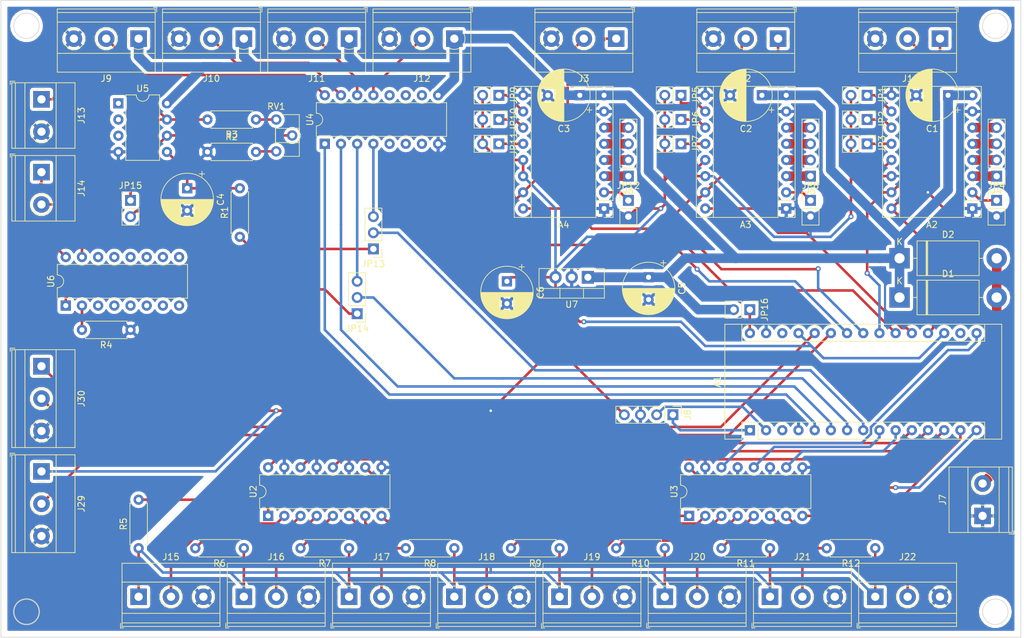
<source format=kicad_pcb>
(kicad_pcb (version 20171130) (host pcbnew "(5.0.1)-3")
  (title_block (title "MPCNC Nano Estlcam Shield PCB Layout") (date 2019-02-28) (rev 1.00) (company "T. Nenz") (comment 1 "Created by:") (comment 4 "licensed under Creative Commons BY-NC-SA 4.0 license"))
  (layers (0 F.Cu signal) (31 B.Cu signal) (34 B.Paste user) (35 F.Paste user) (36 B.SilkS user) (37 F.SilkS user) (38 B.Mask user) (39 F.Mask user) (44 Edge.Cuts user))
  (net 0 "")
  (net 1 +5V)
  (net 2 GND)
  (net 3 VDD)
  (net 4 /Z_STEP)
  (net 5 /Z_DIR)
  (net 6 /Y_STEP)
  (net 7 /Y_DIR)
  (net 8 /X_DIR)
  (net 9 /X_STEP)
  (net 10 "Net-(R3-Pad1)")
  (net 11 "Net-(R2-Pad2)")
  (net 12 "Net-(C4-Pad1)")
  (net 13 "Net-(R12-Pad2)")
  (net 14 "Net-(U4-Pad7)")
  (net 15 "Net-(U4-Pad6)")
  (net 16 "Net-(U4-Pad5)")
  (net 17 "Net-(U4-Pad12)")
  (net 18 "Net-(U4-Pad11)")
  (net 19 "Net-(U4-Pad10)")
  (net 20 "Net-(A2-Pad2)")
  (net 21 "Net-(A2-Pad10)")
  (net 22 "Net-(A2-Pad11)")
  (net 23 "Net-(A2-Pad12)")
  (net 24 "Net-(A3-Pad12)")
  (net 25 "Net-(A3-Pad11)")
  (net 26 "Net-(A3-Pad10)")
  (net 27 "Net-(A3-Pad2)")
  (net 28 "Net-(A4-Pad2)")
  (net 29 "Net-(A4-Pad10)")
  (net 30 "Net-(A4-Pad11)")
  (net 31 "Net-(A4-Pad12)")
  (net 32 "Net-(A1-Pad17)")
  (net 33 "Net-(A1-Pad3)")
  (net 34 "Net-(A1-Pad28)")
  (net 35 "Net-(R4-Pad2)")
  (net 36 /TX)
  (net 37 /RX)
  (net 38 /Feedrate)
  (net 39 /Rot.Speed)
  (net 40 /A1)
  (net 41 /A2)
  (net 42 /E5)
  (net 43 /E6)
  (net 44 /E7)
  (net 45 /E4)
  (net 46 /E3)
  (net 47 /E2)
  (net 48 /E1)
  (net 49 /Spindle_ON_OFF)
  (net 50 /PWM)
  (net 51 /VIN)
  (net 52 "Net-(R5-Pad2)")
  (net 53 "Net-(R6-Pad2)")
  (net 54 "Net-(R7-Pad2)")
  (net 55 "Net-(R8-Pad2)")
  (net 56 "Net-(R9-Pad2)")
  (net 57 "Net-(R10-Pad2)")
  (net 58 "Net-(R11-Pad2)")
  (net 59 /DC_Power)
  (net 60 /A2X)
  (net 61 /A1X)
  (net 62 /B1X)
  (net 63 /B2X)
  (net 64 /B2Y)
  (net 65 /B1Y)
  (net 66 /A1Y)
  (net 67 /A2Y)
  (net 68 /A2Z)
  (net 69 /A1Z)
  (net 70 /B1Z)
  (net 71 /B2Z)
  (net 72 /E8)
  (net 73 /FOR)
  (net 74 /DCM)
  (net 75 /VI)
  (net 76 "/A1(D3)")
  (net 77 "/A2(D2)")
  (net 78 "/E5(D12)")
  (net 79 "/E6(D13)")
  (net 80 "/E7(D6)")
  (net 81 "/E8(D7)")
  (net 82 "/E4(D11)")
  (net 83 "/E3(D10)")
  (net 84 "/E2(D9)")
  (net 85 "/E1(D8)")
  (net 86 "/Spindle_ON_OFF(D4)")
  (net 87 "/PWM(D5)")
  (net 88 /A4)
  (net 89 /A3)
  (net 90 "/A3(D5)")
  (net 91 "/A4(D4)")
  (net 92 /5V_10V)
  (module Connector_PinHeader_2.54mm:PinHeader_1x02_P2.54mm_Vertical (layer F.Cu) (at 145.96 117.22)
    (fp_text reference JP15 (at 0 -2.33) (layer F.SilkS))
    (fp_text value 5V/10V)
    (pad 2 thru_hole oval (at 0 2.54) (size 1.7 1.7) (drill 1) (layers *.Cu *.Mask) (net 92 /5V_10V))
    (pad 1 thru_hole rect (at 0 0) (size 1.7 1.7) (drill 1) (layers *.Cu *.Mask) (net 75 /VI))
  )
  (module Connector_PinHeader_2.54mm:PinHeader_1x02_P2.54mm_Vertical (layer F.Cu) (at 203.745 104.52 270)
    (fp_text reference JP10 (at 0 -2.33 270) (layer F.SilkS))
    (fp_text value MS2)
    (pad 1 thru_hole rect (at 0 0 270) (size 1.7 1.7) (drill 1) (layers *.Cu *.Mask) (net 30 "Net-(A4-Pad11)"))
    (pad 2 thru_hole oval (at 0 2.54 270) (size 1.7 1.7) (drill 1) (layers *.Cu *.Mask) (net 1 +5V))
  )
  (module Connector_PinHeader_2.54mm:PinHeader_1x02_P2.54mm_Vertical (layer F.Cu) (at 243.115 134.365 270)
    (fp_text reference JP16 (at 0 -2.33 270) (layer F.SilkS))
    (fp_text value "Ext. Power")
    (pad 2 thru_hole oval (at 0 2.54 270) (size 1.7 1.7) (drill 1) (layers *.Cu *.Mask) (net 3 VDD))
    (pad 1 thru_hole rect (at 0 0 270) (size 1.7 1.7) (drill 1) (layers *.Cu *.Mask) (net 51 /VIN))
  )
  (module Connector_PinHeader_2.54mm:PinHeader_1x02_P2.54mm_Vertical (layer F.Cu) (at 203.745 108.33 270)
    (fp_text reference JP11 (at 0 -2.33 270) (layer F.SilkS))
    (fp_text value MS3)
    (pad 1 thru_hole rect (at 0 0 270) (size 1.7 1.7) (drill 1) (layers *.Cu *.Mask) (net 31 "Net-(A4-Pad12)"))
    (pad 2 thru_hole oval (at 0 2.54 270) (size 1.7 1.7) (drill 1) (layers *.Cu *.Mask) (net 1 +5V))
  )
  (module Connector_PinHeader_2.54mm:PinHeader_1x03_P2.54mm_Vertical (layer F.Cu) (at 184.06 124.84 180)
    (fp_text reference JP13 (at 0 -2.33 180) (layer F.SilkS))
    (fp_text value PWM/A3)
    (pad 3 thru_hole oval (at 0 5.08 180) (size 1.7 1.7) (drill 1) (layers *.Cu *.Mask) (net 90 "/A3(D5)"))
    (pad 2 thru_hole oval (at 0 2.54 180) (size 1.7 1.7) (drill 1) (layers *.Cu *.Mask) (net 87 "/PWM(D5)"))
    (pad 1 thru_hole rect (at 0 0 180) (size 1.7 1.7) (drill 1) (layers *.Cu *.Mask) (net 50 /PWM))
  )
  (module Connector_PinHeader_2.54mm:PinHeader_1x03_P2.54mm_Vertical (layer F.Cu) (at 181.52 135 180)
    (fp_text reference JP14 (at 0 -2.33) (layer F.SilkS))
    (fp_text value "SPINDLE ON/OFF/A4")
    (pad 1 thru_hole rect (at 0 0 180) (size 1.7 1.7) (drill 1) (layers *.Cu *.Mask) (net 49 /Spindle_ON_OFF))
    (pad 2 thru_hole oval (at 0 2.54 180) (size 1.7 1.7) (drill 1) (layers *.Cu *.Mask) (net 86 "/Spindle_ON_OFF(D4)"))
    (pad 3 thru_hole oval (at 0 5.08 180) (size 1.7 1.7) (drill 1) (layers *.Cu *.Mask) (net 91 "/A4(D4)"))
  )
  (module Resistor_THT:R_Axial_DIN0207_L6.3mm_D2.5mm_P7.62mm_Horizontal (layer F.Cu) (at 163.105 122.935 90)
    (fp_text reference R1 (at 3.81 -2.37 90) (layer F.SilkS))
    (fp_text value 1k)
    (pad 2 thru_hole oval (at 7.62 0 90) (size 1.6 1.6) (drill 0.8) (layers *.Cu *.Mask) (net 12 "Net-(C4-Pad1)"))
    (pad 1 thru_hole circle (at 0 0 90) (size 1.6 1.6) (drill 0.8) (layers *.Cu *.Mask) (net 50 /PWM))
  )
  (module Resistor_THT:R_Axial_DIN0207_L6.3mm_D2.5mm_P7.62mm_Horizontal (layer F.Cu) (at 262.8 171.83 180)
    (fp_text reference R12 (at 3.81 -2.37 180) (layer F.SilkS))
    (fp_text value 220)
    (pad 1 thru_hole circle (at 0 0 180) (size 1.6 1.6) (drill 0.8) (layers *.Cu *.Mask) (net 1 +5V))
    (pad 2 thru_hole oval (at 7.62 0 180) (size 1.6 1.6) (drill 0.8) (layers *.Cu *.Mask) (net 13 "Net-(R12-Pad2)"))
  )
  (module Resistor_THT:R_Axial_DIN0207_L6.3mm_D2.5mm_P7.62mm_Horizontal (layer F.Cu) (at 246.29 171.83 180)
    (fp_text reference R11 (at 3.81 -2.37 180) (layer F.SilkS))
    (fp_text value 220)
    (pad 2 thru_hole oval (at 7.62 0 180) (size 1.6 1.6) (drill 0.8) (layers *.Cu *.Mask) (net 58 "Net-(R11-Pad2)"))
    (pad 1 thru_hole circle (at 0 0 180) (size 1.6 1.6) (drill 0.8) (layers *.Cu *.Mask) (net 1 +5V))
  )
  (module Resistor_THT:R_Axial_DIN0207_L6.3mm_D2.5mm_P7.62mm_Horizontal (layer F.Cu) (at 229.78 171.83 180)
    (fp_text reference R10 (at 3.81 -2.37 180) (layer F.SilkS))
    (fp_text value 220)
    (pad 1 thru_hole circle (at 0 0 180) (size 1.6 1.6) (drill 0.8) (layers *.Cu *.Mask) (net 1 +5V))
    (pad 2 thru_hole oval (at 7.62 0 180) (size 1.6 1.6) (drill 0.8) (layers *.Cu *.Mask) (net 57 "Net-(R10-Pad2)"))
  )
  (module Resistor_THT:R_Axial_DIN0207_L6.3mm_D2.5mm_P7.62mm_Horizontal (layer F.Cu) (at 213.27 171.83 180)
    (fp_text reference R9 (at 3.81 -2.37 180) (layer F.SilkS))
    (fp_text value 220)
    (pad 2 thru_hole oval (at 7.62 0 180) (size 1.6 1.6) (drill 0.8) (layers *.Cu *.Mask) (net 56 "Net-(R9-Pad2)"))
    (pad 1 thru_hole circle (at 0 0 180) (size 1.6 1.6) (drill 0.8) (layers *.Cu *.Mask) (net 1 +5V))
  )
  (module Resistor_THT:R_Axial_DIN0207_L6.3mm_D2.5mm_P7.62mm_Horizontal (layer F.Cu) (at 196.76 171.83 180)
    (fp_text reference R8 (at 3.81 -2.37 180) (layer F.SilkS))
    (fp_text value 220)
    (pad 1 thru_hole circle (at 0 0 180) (size 1.6 1.6) (drill 0.8) (layers *.Cu *.Mask) (net 1 +5V))
    (pad 2 thru_hole oval (at 7.62 0 180) (size 1.6 1.6) (drill 0.8) (layers *.Cu *.Mask) (net 55 "Net-(R8-Pad2)"))
  )
  (module Resistor_THT:R_Axial_DIN0207_L6.3mm_D2.5mm_P7.62mm_Horizontal (layer F.Cu) (at 180.25 171.83 180)
    (fp_text reference R7 (at 3.81 -2.37 180) (layer F.SilkS))
    (fp_text value 220)
    (pad 2 thru_hole oval (at 7.62 0 180) (size 1.6 1.6) (drill 0.8) (layers *.Cu *.Mask) (net 54 "Net-(R7-Pad2)"))
    (pad 1 thru_hole circle (at 0 0 180) (size 1.6 1.6) (drill 0.8) (layers *.Cu *.Mask) (net 1 +5V))
  )
  (module Resistor_THT:R_Axial_DIN0207_L6.3mm_D2.5mm_P7.62mm_Horizontal (layer F.Cu) (at 163.74 171.83 180)
    (fp_text reference R6 (at 3.81 -2.37 180) (layer F.SilkS))
    (fp_text value 220)
    (pad 1 thru_hole circle (at 0 0 180) (size 1.6 1.6) (drill 0.8) (layers *.Cu *.Mask) (net 1 +5V))
    (pad 2 thru_hole oval (at 7.62 0 180) (size 1.6 1.6) (drill 0.8) (layers *.Cu *.Mask) (net 53 "Net-(R6-Pad2)"))
  )
  (module Resistor_THT:R_Axial_DIN0207_L6.3mm_D2.5mm_P7.62mm_Horizontal (layer F.Cu) (at 147.23 171.83 90)
    (fp_text reference R5 (at 3.81 -2.37 90) (layer F.SilkS))
    (fp_text value 220)
    (pad 2 thru_hole oval (at 7.62 0 90) (size 1.6 1.6) (drill 0.8) (layers *.Cu *.Mask) (net 52 "Net-(R5-Pad2)"))
    (pad 1 thru_hole circle (at 0 0 90) (size 1.6 1.6) (drill 0.8) (layers *.Cu *.Mask) (net 1 +5V))
  )
  (module Resistor_THT:R_Axial_DIN0207_L6.3mm_D2.5mm_P7.62mm_Horizontal (layer F.Cu) (at 145.96 137.54 180)
    (fp_text reference R4 (at 3.81 -2.37 180) (layer F.SilkS))
    (fp_text value 220)
    (pad 1 thru_hole circle (at 0 0 180) (size 1.6 1.6) (drill 0.8) (layers *.Cu *.Mask) (net 2 GND))
    (pad 2 thru_hole oval (at 7.62 0 180) (size 1.6 1.6) (drill 0.8) (layers *.Cu *.Mask) (net 35 "Net-(R4-Pad2)"))
  )
  (module Resistor_THT:R_Axial_DIN0207_L6.3mm_D2.5mm_P7.62mm_Horizontal (layer F.Cu) (at 165.645 104.52 180)
    (fp_text reference R3 (at 3.81 -2.37 180) (layer F.SilkS))
    (fp_text value 10k)
    (pad 2 thru_hole oval (at 7.62 0 180) (size 1.6 1.6) (drill 0.8) (layers *.Cu *.Mask) (net 75 /VI))
    (pad 1 thru_hole circle (at 0 0 180) (size 1.6 1.6) (drill 0.8) (layers *.Cu *.Mask) (net 10 "Net-(R3-Pad1)"))
  )
  (module Resistor_THT:R_Axial_DIN0207_L6.3mm_D2.5mm_P7.62mm_Horizontal (layer F.Cu) (at 158.025 109.6)
    (fp_text reference R2 (at 3.81 -2.37) (layer F.SilkS))
    (fp_text value 10k)
    (pad 1 thru_hole circle (at 0 0) (size 1.6 1.6) (drill 0.8) (layers *.Cu *.Mask) (net 2 GND))
    (pad 2 thru_hole oval (at 7.62 0) (size 1.6 1.6) (drill 0.8) (layers *.Cu *.Mask) (net 11 "Net-(R2-Pad2)"))
  )
  (module Capacitor_THT:CP_Radial_D8.0mm_P3.50mm (layer F.Cu) (at 205.015 129.92 270)
    (fp_text reference C6 (at 1.75 -5.25 270) (layer F.SilkS))
    (fp_text value 0.1µF)
    (pad 2 thru_hole circle (at 3.5 0 270) (size 1.6 1.6) (drill 0.8) (layers *.Cu *.Mask) (net 2 GND))
    (pad 1 thru_hole rect (at 0 0 270) (size 1.6 1.6) (drill 0.8) (layers *.Cu *.Mask) (net 1 +5V))
  )
  (module Module:Pololu_Breakout-16_15.2x20.3mm (layer F.Cu) (at 278.04 118.49 180)
    (fp_text reference A2 (at 6.35 -2.54 180) (layer F.SilkS))
    (fp_text value X_Axis_Pololu_Breakout_DRV8825)
    (pad 1 thru_hole rect (at 0 0 180) (size 1.6 1.6) (drill 0.8) (layers *.Cu *.Mask) (net 2 GND))
    (pad 9 thru_hole oval (at 12.7 17.78 180) (size 1.6 1.6) (drill 0.8) (layers *.Cu *.Mask) (net 2 GND))
    (pad 2 thru_hole oval (at 0 2.54 180) (size 1.6 1.6) (drill 0.8) (layers *.Cu *.Mask) (net 20 "Net-(A2-Pad2)"))
    (pad 10 thru_hole oval (at 12.7 15.24 180) (size 1.6 1.6) (drill 0.8) (layers *.Cu *.Mask) (net 21 "Net-(A2-Pad10)"))
    (pad 3 thru_hole oval (at 0 5.08 180) (size 1.6 1.6) (drill 0.8) (layers *.Cu *.Mask) (net 60 /A2X))
    (pad 11 thru_hole oval (at 12.7 12.7 180) (size 1.6 1.6) (drill 0.8) (layers *.Cu *.Mask) (net 22 "Net-(A2-Pad11)"))
    (pad 4 thru_hole oval (at 0 7.62 180) (size 1.6 1.6) (drill 0.8) (layers *.Cu *.Mask) (net 61 /A1X))
    (pad 12 thru_hole oval (at 12.7 10.16 180) (size 1.6 1.6) (drill 0.8) (layers *.Cu *.Mask) (net 23 "Net-(A2-Pad12)"))
    (pad 5 thru_hole oval (at 0 10.16 180) (size 1.6 1.6) (drill 0.8) (layers *.Cu *.Mask) (net 62 /B1X))
    (pad 13 thru_hole oval (at 12.7 7.62 180) (size 1.6 1.6) (drill 0.8) (layers *.Cu *.Mask) (net 1 +5V))
    (pad 6 thru_hole oval (at 0 12.7 180) (size 1.6 1.6) (drill 0.8) (layers *.Cu *.Mask) (net 63 /B2X))
    (pad 14 thru_hole oval (at 12.7 5.08 180) (size 1.6 1.6) (drill 0.8) (layers *.Cu *.Mask) (net 1 +5V))
    (pad 7 thru_hole oval (at 0 15.24 180) (size 1.6 1.6) (drill 0.8) (layers *.Cu *.Mask) (net 2 GND))
    (pad 15 thru_hole oval (at 12.7 2.54 180) (size 1.6 1.6) (drill 0.8) (layers *.Cu *.Mask) (net 9 /X_STEP))
    (pad 8 thru_hole oval (at 0 17.78 180) (size 1.6 1.6) (drill 0.8) (layers *.Cu *.Mask) (net 3 VDD))
    (pad 16 thru_hole oval (at 12.7 0 180) (size 1.6 1.6) (drill 0.8) (layers *.Cu *.Mask) (net 8 /X_DIR))
  )
  (module Capacitor_THT:CP_Radial_D8.0mm_P5.00mm (layer F.Cu) (at 216.445 100.71 180)
    (fp_text reference C3 (at 2.5 -5.25 180) (layer F.SilkS))
    (fp_text value 100µF)
    (pad 1 thru_hole rect (at 0 0 180) (size 1.6 1.6) (drill 0.8) (layers *.Cu *.Mask) (net 3 VDD))
    (pad 2 thru_hole circle (at 5 0 180) (size 1.6 1.6) (drill 0.8) (layers *.Cu *.Mask) (net 2 GND))
  )
  (module Capacitor_THT:CP_Radial_D8.0mm_P5.00mm (layer F.Cu) (at 245.02 100.71 180)
    (fp_text reference C2 (at 2.5 -5.25 180) (layer F.SilkS))
    (fp_text value 100µF)
    (pad 2 thru_hole circle (at 5 0 180) (size 1.6 1.6) (drill 0.8) (layers *.Cu *.Mask) (net 2 GND))
    (pad 1 thru_hole rect (at 0 0 180) (size 1.6 1.6) (drill 0.8) (layers *.Cu *.Mask) (net 3 VDD))
  )
  (module Capacitor_THT:CP_Radial_D8.0mm_P5.00mm (layer F.Cu) (at 274.23 100.71 180)
    (fp_text reference C1 (at 2.5 -5.25 180) (layer F.SilkS))
    (fp_text value 100µF)
    (pad 1 thru_hole rect (at 0 0 180) (size 1.6 1.6) (drill 0.8) (layers *.Cu *.Mask) (net 3 VDD))
    (pad 2 thru_hole circle (at 5 0 180) (size 1.6 1.6) (drill 0.8) (layers *.Cu *.Mask) (net 2 GND))
  )
  (module Connector_PinHeader_2.54mm:PinHeader_1x04_P2.54mm_Vertical (layer F.Cu) (at 281.85 113.41 180)
    (fp_text reference J4 (at 0 -2.33 180) (layer F.SilkS))
    (fp_text value Stepper_X)
    (pad 1 thru_hole rect (at 0 0 180) (size 1.7 1.7) (drill 1) (layers *.Cu *.Mask) (net 60 /A2X))
    (pad 2 thru_hole oval (at 0 2.54 180) (size 1.7 1.7) (drill 1) (layers *.Cu *.Mask) (net 61 /A1X))
    (pad 3 thru_hole oval (at 0 5.08 180) (size 1.7 1.7) (drill 1) (layers *.Cu *.Mask) (net 62 /B1X))
    (pad 4 thru_hole oval (at 0 7.62 180) (size 1.7 1.7) (drill 1) (layers *.Cu *.Mask) (net 63 /B2X))
  )
  (module Connector_PinHeader_2.54mm:PinHeader_1x04_P2.54mm_Vertical (layer F.Cu) (at 224.065 113.41 180)
    (fp_text reference J6 (at 0 -2.33 180) (layer F.SilkS))
    (fp_text value Stepper_Z)
    (pad 4 thru_hole oval (at 0 7.62 180) (size 1.7 1.7) (drill 1) (layers *.Cu *.Mask) (net 71 /B2Z))
    (pad 3 thru_hole oval (at 0 5.08 180) (size 1.7 1.7) (drill 1) (layers *.Cu *.Mask) (net 70 /B1Z))
    (pad 2 thru_hole oval (at 0 2.54 180) (size 1.7 1.7) (drill 1) (layers *.Cu *.Mask) (net 69 /A1Z))
    (pad 1 thru_hole rect (at 0 0 180) (size 1.7 1.7) (drill 1) (layers *.Cu *.Mask) (net 68 /A2Z))
  )
  (module Connector_PinHeader_2.54mm:PinHeader_1x04_P2.54mm_Vertical (layer F.Cu) (at 231.05 150.875 270)
    (fp_text reference J8 (at 0 -2.33 270) (layer F.SilkS))
    (fp_text value "Serial Tx/Rx")
    (pad 1 thru_hole rect (at 0 0 270) (size 1.7 1.7) (drill 1) (layers *.Cu *.Mask) (net 36 /TX))
    (pad 2 thru_hole oval (at 0 2.54 270) (size 1.7 1.7) (drill 1) (layers *.Cu *.Mask) (net 37 /RX))
    (pad 3 thru_hole oval (at 0 5.08 270) (size 1.7 1.7) (drill 1) (layers *.Cu *.Mask) (net 2 GND))
    (pad 4 thru_hole oval (at 0 7.62 270) (size 1.7 1.7) (drill 1) (layers *.Cu *.Mask) (net 1 +5V))
  )
  (module Module:Arduino_Nano (layer F.Cu) (at 243.14 153.3 90)
    (fp_text reference A1 (at 7.62 -5.08 90) (layer F.SilkS))
    (fp_text value Arduino_Nano_v3.x)
    (pad 1 thru_hole rect (at 0 0 90) (size 1.6 1.6) (drill 0.8) (layers *.Cu *.Mask) (net 36 /TX))
    (pad 17 thru_hole oval (at 15.24 33.02 90) (size 1.6 1.6) (drill 0.8) (layers *.Cu *.Mask) (net 32 "Net-(A1-Pad17)"))
    (pad 2 thru_hole oval (at 0 2.54 90) (size 1.6 1.6) (drill 0.8) (layers *.Cu *.Mask) (net 37 /RX))
    (pad 18 thru_hole oval (at 15.24 30.48 90) (size 1.6 1.6) (drill 0.8) (layers *.Cu *.Mask) (net 1 +5V))
    (pad 3 thru_hole oval (at 0 5.08 90) (size 1.6 1.6) (drill 0.8) (layers *.Cu *.Mask) (net 33 "Net-(A1-Pad3)"))
    (pad 19 thru_hole oval (at 15.24 27.94 90) (size 1.6 1.6) (drill 0.8) (layers *.Cu *.Mask) (net 8 /X_DIR))
    (pad 4 thru_hole oval (at 0 7.62 90) (size 1.6 1.6) (drill 0.8) (layers *.Cu *.Mask) (net 2 GND))
    (pad 20 thru_hole oval (at 15.24 25.4 90) (size 1.6 1.6) (drill 0.8) (layers *.Cu *.Mask) (net 7 /Y_DIR))
    (pad 5 thru_hole oval (at 0 10.16 90) (size 1.6 1.6) (drill 0.8) (layers *.Cu *.Mask) (net 77 "/A2(D2)"))
    (pad 21 thru_hole oval (at 15.24 22.86 90) (size 1.6 1.6) (drill 0.8) (layers *.Cu *.Mask) (net 5 /Z_DIR))
    (pad 6 thru_hole oval (at 0 12.7 90) (size 1.6 1.6) (drill 0.8) (layers *.Cu *.Mask) (net 76 "/A1(D3)"))
    (pad 22 thru_hole oval (at 15.24 20.32 90) (size 1.6 1.6) (drill 0.8) (layers *.Cu *.Mask) (net 9 /X_STEP))
    (pad 7 thru_hole oval (at 0 15.24 90) (size 1.6 1.6) (drill 0.8) (layers *.Cu *.Mask) (net 86 "/Spindle_ON_OFF(D4)"))
    (pad 23 thru_hole oval (at 15.24 17.78 90) (size 1.6 1.6) (drill 0.8) (layers *.Cu *.Mask) (net 6 /Y_STEP))
    (pad 8 thru_hole oval (at 0 17.78 90) (size 1.6 1.6) (drill 0.8) (layers *.Cu *.Mask) (net 87 "/PWM(D5)"))
    (pad 24 thru_hole oval (at 15.24 15.24 90) (size 1.6 1.6) (drill 0.8) (layers *.Cu *.Mask) (net 4 /Z_STEP))
    (pad 9 thru_hole oval (at 0 20.32 90) (size 1.6 1.6) (drill 0.8) (layers *.Cu *.Mask) (net 80 "/E7(D6)"))
    (pad 25 thru_hole oval (at 15.24 12.7 90) (size 1.6 1.6) (drill 0.8) (layers *.Cu *.Mask) (net 38 /Feedrate))
    (pad 10 thru_hole oval (at 0 22.86 90) (size 1.6 1.6) (drill 0.8) (layers *.Cu *.Mask) (net 81 "/E8(D7)"))
    (pad 26 thru_hole oval (at 15.24 10.16 90) (size 1.6 1.6) (drill 0.8) (layers *.Cu *.Mask) (net 39 /Rot.Speed))
    (pad 11 thru_hole oval (at 0 25.4 90) (size 1.6 1.6) (drill 0.8) (layers *.Cu *.Mask) (net 85 "/E1(D8)"))
    (pad 27 thru_hole oval (at 15.24 7.62 90) (size 1.6 1.6) (drill 0.8) (layers *.Cu *.Mask) (net 1 +5V))
    (pad 12 thru_hole oval (at 0 27.94 90) (size 1.6 1.6) (drill 0.8) (layers *.Cu *.Mask) (net 84 "/E2(D9)"))
    (pad 28 thru_hole oval (at 15.24 5.08 90) (size 1.6 1.6) (drill 0.8) (layers *.Cu *.Mask) (net 34 "Net-(A1-Pad28)"))
    (pad 13 thru_hole oval (at 0 30.48 90) (size 1.6 1.6) (drill 0.8) (layers *.Cu *.Mask) (net 83 "/E3(D10)"))
    (pad 29 thru_hole oval (at 15.24 2.54 90) (size 1.6 1.6) (drill 0.8) (layers *.Cu *.Mask) (net 2 GND))
    (pad 14 thru_hole oval (at 0 33.02 90) (size 1.6 1.6) (drill 0.8) (layers *.Cu *.Mask) (net 82 "/E4(D11)"))
    (pad 30 thru_hole oval (at 15.24 0 90) (size 1.6 1.6) (drill 0.8) (layers *.Cu *.Mask) (net 51 /VIN))
    (pad 15 thru_hole oval (at 0 35.56 90) (size 1.6 1.6) (drill 0.8) (layers *.Cu *.Mask) (net 78 "/E5(D12)"))
    (pad 16 thru_hole oval (at 15.24 35.56 90) (size 1.6 1.6) (drill 0.8) (layers *.Cu *.Mask) (net 79 "/E6(D13)"))
  )
  (module Module:Pololu_Breakout-16_15.2x20.3mm (layer F.Cu) (at 220.255 118.49 180)
    (fp_text reference A4 (at 6.35 -2.54 180) (layer F.SilkS))
    (fp_text value Z_Axis_Pololu_Breakout_DRV8825)
    (pad 1 thru_hole rect (at 0 0 180) (size 1.6 1.6) (drill 0.8) (layers *.Cu *.Mask) (net 2 GND))
    (pad 9 thru_hole oval (at 12.7 17.78 180) (size 1.6 1.6) (drill 0.8) (layers *.Cu *.Mask) (net 2 GND))
    (pad 2 thru_hole oval (at 0 2.54 180) (size 1.6 1.6) (drill 0.8) (layers *.Cu *.Mask) (net 28 "Net-(A4-Pad2)"))
    (pad 10 thru_hole oval (at 12.7 15.24 180) (size 1.6 1.6) (drill 0.8) (layers *.Cu *.Mask) (net 29 "Net-(A4-Pad10)"))
    (pad 3 thru_hole oval (at 0 5.08 180) (size 1.6 1.6) (drill 0.8) (layers *.Cu *.Mask) (net 68 /A2Z))
    (pad 11 thru_hole oval (at 12.7 12.7 180) (size 1.6 1.6) (drill 0.8) (layers *.Cu *.Mask) (net 30 "Net-(A4-Pad11)"))
    (pad 4 thru_hole oval (at 0 7.62 180) (size 1.6 1.6) (drill 0.8) (layers *.Cu *.Mask) (net 69 /A1Z))
    (pad 12 thru_hole oval (at 12.7 10.16 180) (size 1.6 1.6) (drill 0.8) (layers *.Cu *.Mask) (net 31 "Net-(A4-Pad12)"))
    (pad 5 thru_hole oval (at 0 10.16 180) (size 1.6 1.6) (drill 0.8) (layers *.Cu *.Mask) (net 70 /B1Z))
    (pad 13 thru_hole oval (at 12.7 7.62 180) (size 1.6 1.6) (drill 0.8) (layers *.Cu *.Mask) (net 1 +5V))
    (pad 6 thru_hole oval (at 0 12.7 180) (size 1.6 1.6) (drill 0.8) (layers *.Cu *.Mask) (net 71 /B2Z))
    (pad 14 thru_hole oval (at 12.7 5.08 180) (size 1.6 1.6) (drill 0.8) (layers *.Cu *.Mask) (net 1 +5V))
    (pad 7 thru_hole oval (at 0 15.24 180) (size 1.6 1.6) (drill 0.8) (layers *.Cu *.Mask) (net 2 GND))
    (pad 15 thru_hole oval (at 12.7 2.54 180) (size 1.6 1.6) (drill 0.8) (layers *.Cu *.Mask) (net 4 /Z_STEP))
    (pad 8 thru_hole oval (at 0 17.78 180) (size 1.6 1.6) (drill 0.8) (layers *.Cu *.Mask) (net 3 VDD))
    (pad 16 thru_hole oval (at 12.7 0 180) (size 1.6 1.6) (drill 0.8) (layers *.Cu *.Mask) (net 5 /Z_DIR))
  )
  (module Module:Pololu_Breakout-16_15.2x20.3mm (layer F.Cu) (at 248.83 118.49 180)
    (fp_text reference A3 (at 6.35 -2.54 180) (layer F.SilkS))
    (fp_text value Y_Axis_Pololu_Breakout_DRV8825)
    (pad 16 thru_hole oval (at 12.7 0 180) (size 1.6 1.6) (drill 0.8) (layers *.Cu *.Mask) (net 7 /Y_DIR))
    (pad 8 thru_hole oval (at 0 17.78 180) (size 1.6 1.6) (drill 0.8) (layers *.Cu *.Mask) (net 3 VDD))
    (pad 15 thru_hole oval (at 12.7 2.54 180) (size 1.6 1.6) (drill 0.8) (layers *.Cu *.Mask) (net 6 /Y_STEP))
    (pad 7 thru_hole oval (at 0 15.24 180) (size 1.6 1.6) (drill 0.8) (layers *.Cu *.Mask) (net 2 GND))
    (pad 14 thru_hole oval (at 12.7 5.08 180) (size 1.6 1.6) (drill 0.8) (layers *.Cu *.Mask) (net 1 +5V))
    (pad 6 thru_hole oval (at 0 12.7 180) (size 1.6 1.6) (drill 0.8) (layers *.Cu *.Mask) (net 64 /B2Y))
    (pad 13 thru_hole oval (at 12.7 7.62 180) (size 1.6 1.6) (drill 0.8) (layers *.Cu *.Mask) (net 1 +5V))
    (pad 5 thru_hole oval (at 0 10.16 180) (size 1.6 1.6) (drill 0.8) (layers *.Cu *.Mask) (net 65 /B1Y))
    (pad 12 thru_hole oval (at 12.7 10.16 180) (size 1.6 1.6) (drill 0.8) (layers *.Cu *.Mask) (net 24 "Net-(A3-Pad12)"))
    (pad 4 thru_hole oval (at 0 7.62 180) (size 1.6 1.6) (drill 0.8) (layers *.Cu *.Mask) (net 66 /A1Y))
    (pad 11 thru_hole oval (at 12.7 12.7 180) (size 1.6 1.6) (drill 0.8) (layers *.Cu *.Mask) (net 25 "Net-(A3-Pad11)"))
    (pad 3 thru_hole oval (at 0 5.08 180) (size 1.6 1.6) (drill 0.8) (layers *.Cu *.Mask) (net 67 /A2Y))
    (pad 10 thru_hole oval (at 12.7 15.24 180) (size 1.6 1.6) (drill 0.8) (layers *.Cu *.Mask) (net 26 "Net-(A3-Pad10)"))
    (pad 2 thru_hole oval (at 0 2.54 180) (size 1.6 1.6) (drill 0.8) (layers *.Cu *.Mask) (net 27 "Net-(A3-Pad2)"))
    (pad 9 thru_hole oval (at 12.7 17.78 180) (size 1.6 1.6) (drill 0.8) (layers *.Cu *.Mask) (net 2 GND))
    (pad 1 thru_hole rect (at 0 0 180) (size 1.6 1.6) (drill 0.8) (layers *.Cu *.Mask) (net 2 GND))
  )
  (module TerminalBlock_Phoenix:TerminalBlock_Phoenix_MKDS-1,5-2-5.08_1x02_P5.08mm_Horizontal (layer F.Cu) (at 131.99 101.345 270)
    (fp_text reference J13 (at 2.54 -6.26 270) (layer F.SilkS))
    (fp_text value VI/ACM)
    (pad 1 thru_hole rect (at 0 0 270) (size 2.6 2.6) (drill 1.3) (layers *.Cu *.Mask) (net 75 /VI))
    (pad 2 thru_hole circle (at 5.08 0 270) (size 2.6 2.6) (drill 1.3) (layers *.Cu *.Mask) (net 2 GND))
  )
  (module TerminalBlock_Phoenix:TerminalBlock_Phoenix_MKDS-1,5-2-5.08_1x02_P5.08mm_Horizontal (layer F.Cu) (at 279.64 166.75 90)
    (fp_text reference J7 (at 2.54 -6.26 90) (layer F.SilkS))
    (fp_text value 9-20V)
    (pad 2 thru_hole circle (at 5.08 0 90) (size 2.6 2.6) (drill 1.3) (layers *.Cu *.Mask) (net 59 /DC_Power))
    (pad 1 thru_hole rect (at 0 0 90) (size 2.6 2.6) (drill 1.3) (layers *.Cu *.Mask) (net 2 GND))
  )
  (module TerminalBlock_Phoenix:TerminalBlock_Phoenix_MKDS-1,5-2-5.08_1x02_P5.08mm_Horizontal (layer F.Cu) (at 131.99 112.775 270)
    (fp_text reference J14 (at 2.54 -6.26 270) (layer F.SilkS))
    (fp_text value FOR/DCM)
    (pad 1 thru_hole rect (at 0 0 270) (size 2.6 2.6) (drill 1.3) (layers *.Cu *.Mask) (net 73 /FOR))
    (pad 2 thru_hole circle (at 5.08 0 270) (size 2.6 2.6) (drill 1.3) (layers *.Cu *.Mask) (net 74 /DCM))
  )
  (module TerminalBlock_Phoenix:TerminalBlock_Phoenix_MKDS-1,5-3-5.08_1x03_P5.08mm_Horizontal (layer F.Cu) (at 272.96 91.82 180)
    (fp_text reference J1 (at 5.08 -6.26 180) (layer F.SilkS))
    (fp_text value Mot_Driver_X)
    (pad 3 thru_hole circle (at 10.16 0 180) (size 2.6 2.6) (drill 1.3) (layers *.Cu *.Mask) (net 2 GND))
    (pad 2 thru_hole circle (at 5.08 0 180) (size 2.6 2.6) (drill 1.3) (layers *.Cu *.Mask) (net 9 /X_STEP))
    (pad 1 thru_hole rect (at 0 0 180) (size 2.6 2.6) (drill 1.3) (layers *.Cu *.Mask) (net 8 /X_DIR))
  )
  (module TerminalBlock_Phoenix:TerminalBlock_Phoenix_MKDS-1,5-3-5.08_1x03_P5.08mm_Horizontal (layer F.Cu) (at 247.56 91.82 180)
    (fp_text reference J2 (at 5.08 -6.26 180) (layer F.SilkS))
    (fp_text value Mot_Driver_Y)
    (pad 1 thru_hole rect (at 0 0 180) (size 2.6 2.6) (drill 1.3) (layers *.Cu *.Mask) (net 7 /Y_DIR))
    (pad 2 thru_hole circle (at 5.08 0 180) (size 2.6 2.6) (drill 1.3) (layers *.Cu *.Mask) (net 6 /Y_STEP))
    (pad 3 thru_hole circle (at 10.16 0 180) (size 2.6 2.6) (drill 1.3) (layers *.Cu *.Mask) (net 2 GND))
  )
  (module TerminalBlock_Phoenix:TerminalBlock_Phoenix_MKDS-1,5-3-5.08_1x03_P5.08mm_Horizontal (layer F.Cu) (at 222.16 91.82 180)
    (fp_text reference J3 (at 5.08 -6.26 180) (layer F.SilkS))
    (fp_text value Mot_Driver_Z)
    (pad 3 thru_hole circle (at 10.16 0 180) (size 2.6 2.6) (drill 1.3) (layers *.Cu *.Mask) (net 2 GND))
    (pad 2 thru_hole circle (at 5.08 0 180) (size 2.6 2.6) (drill 1.3) (layers *.Cu *.Mask) (net 4 /Z_STEP))
    (pad 1 thru_hole rect (at 0 0 180) (size 2.6 2.6) (drill 1.3) (layers *.Cu *.Mask) (net 5 /Z_DIR))
  )
  (module TerminalBlock_Phoenix:TerminalBlock_Phoenix_MKDS-1,5-3-5.08_1x03_P5.08mm_Horizontal (layer F.Cu) (at 147.23 91.82 180)
    (fp_text reference J9 (at 5.08 -6.26 180) (layer F.SilkS))
    (fp_text value A2)
    (pad 1 thru_hole rect (at 0 0 180) (size 2.6 2.6) (drill 1.3) (layers *.Cu *.Mask) (net 3 VDD))
    (pad 2 thru_hole circle (at 5.08 0 180) (size 2.6 2.6) (drill 1.3) (layers *.Cu *.Mask) (net 41 /A2))
    (pad 3 thru_hole circle (at 10.16 0 180) (size 2.6 2.6) (drill 1.3) (layers *.Cu *.Mask) (net 2 GND))
  )
  (module TerminalBlock_Phoenix:TerminalBlock_Phoenix_MKDS-1,5-3-5.08_1x03_P5.08mm_Horizontal (layer F.Cu) (at 180.25 91.82 180)
    (fp_text reference J11 (at 5.08 -6.26 180) (layer F.SilkS))
    (fp_text value A4)
    (pad 3 thru_hole circle (at 10.16 0 180) (size 2.6 2.6) (drill 1.3) (layers *.Cu *.Mask) (net 2 GND))
    (pad 2 thru_hole circle (at 5.08 0 180) (size 2.6 2.6) (drill 1.3) (layers *.Cu *.Mask) (net 88 /A4))
    (pad 1 thru_hole rect (at 0 0 180) (size 2.6 2.6) (drill 1.3) (layers *.Cu *.Mask) (net 3 VDD))
  )
  (module TerminalBlock_Phoenix:TerminalBlock_Phoenix_MKDS-1,5-3-5.08_1x03_P5.08mm_Horizontal (layer F.Cu) (at 196.76 91.82 180)
    (fp_text reference J12 (at 5.08 -6.26 180) (layer F.SilkS))
    (fp_text value A3)
    (pad 1 thru_hole rect (at 0 0 180) (size 2.6 2.6) (drill 1.3) (layers *.Cu *.Mask) (net 3 VDD))
    (pad 2 thru_hole circle (at 5.08 0 180) (size 2.6 2.6) (drill 1.3) (layers *.Cu *.Mask) (net 89 /A3))
    (pad 3 thru_hole circle (at 10.16 0 180) (size 2.6 2.6) (drill 1.3) (layers *.Cu *.Mask) (net 2 GND))
  )
  (module TerminalBlock_Phoenix:TerminalBlock_Phoenix_MKDS-1,5-3-5.08_1x03_P5.08mm_Horizontal (layer F.Cu) (at 213.27 179.45)
    (fp_text reference J19 (at 5.08 -6.26) (layer F.SilkS))
    (fp_text value E5)
    (pad 3 thru_hole circle (at 10.16 0) (size 2.6 2.6) (drill 1.3) (layers *.Cu *.Mask) (net 2 GND))
    (pad 2 thru_hole circle (at 5.08 0) (size 2.6 2.6) (drill 1.3) (layers *.Cu *.Mask) (net 42 /E5))
    (pad 1 thru_hole rect (at 0 0) (size 2.6 2.6) (drill 1.3) (layers *.Cu *.Mask) (net 1 +5V))
  )
  (module TerminalBlock_Phoenix:TerminalBlock_Phoenix_MKDS-1,5-3-5.08_1x03_P5.08mm_Horizontal (layer F.Cu) (at 229.78 179.45)
    (fp_text reference J20 (at 5.08 -6.26) (layer F.SilkS))
    (fp_text value E6)
    (pad 1 thru_hole rect (at 0 0) (size 2.6 2.6) (drill 1.3) (layers *.Cu *.Mask) (net 1 +5V))
    (pad 2 thru_hole circle (at 5.08 0) (size 2.6 2.6) (drill 1.3) (layers *.Cu *.Mask) (net 43 /E6))
    (pad 3 thru_hole circle (at 10.16 0) (size 2.6 2.6) (drill 1.3) (layers *.Cu *.Mask) (net 2 GND))
  )
  (module Capacitor_THT:CP_Radial_D8.0mm_P3.50mm (layer F.Cu) (at 154.85 115.315 270)
    (fp_text reference C4 (at 1.75 -5.25 270) (layer F.SilkS))
    (fp_text value 100µF)
    (pad 1 thru_hole rect (at 0 0 270) (size 1.6 1.6) (drill 0.8) (layers *.Cu *.Mask) (net 12 "Net-(C4-Pad1)"))
    (pad 2 thru_hole circle (at 3.5 0 270) (size 1.6 1.6) (drill 0.8) (layers *.Cu *.Mask) (net 2 GND))
  )
  (module Capacitor_THT:CP_Radial_D8.0mm_P3.50mm (layer F.Cu) (at 227.24 129.285 270)
    (fp_text reference C5 (at 1.75 -5.25 270) (layer F.SilkS))
    (fp_text value 1µF)
    (pad 2 thru_hole circle (at 3.5 0 270) (size 1.6 1.6) (drill 0.8) (layers *.Cu *.Mask) (net 2 GND))
    (pad 1 thru_hole rect (at 0 0 270) (size 1.6 1.6) (drill 0.8) (layers *.Cu *.Mask) (net 3 VDD))
  )
  (module Connector_PinHeader_2.54mm:PinHeader_1x02_P2.54mm_Vertical (layer F.Cu) (at 224.065 117.22)
    (fp_text reference JP12 (at 0 -2.33) (layer F.SilkS))
    (fp_text value 5V/FLT)
    (pad 1 thru_hole rect (at 0 0) (size 1.7 1.7) (drill 1) (layers *.Cu *.Mask) (net 28 "Net-(A4-Pad2)"))
    (pad 2 thru_hole oval (at 0 2.54) (size 1.7 1.7) (drill 1) (layers *.Cu *.Mask) (net 1 +5V))
  )
  (module Connector_PinHeader_2.54mm:PinHeader_1x02_P2.54mm_Vertical (layer F.Cu) (at 252.64 117.22)
    (fp_text reference JP8 (at 0 -2.33) (layer F.SilkS))
    (fp_text value 5V/FLT)
    (pad 1 thru_hole rect (at 0 0) (size 1.7 1.7) (drill 1) (layers *.Cu *.Mask) (net 27 "Net-(A3-Pad2)"))
    (pad 2 thru_hole oval (at 0 2.54) (size 1.7 1.7) (drill 1) (layers *.Cu *.Mask) (net 1 +5V))
  )
  (module Connector_PinHeader_2.54mm:PinHeader_1x02_P2.54mm_Vertical (layer F.Cu) (at 232.32 108.33 270)
    (fp_text reference JP7 (at 0 -2.33 270) (layer F.SilkS))
    (fp_text value MS3)
    (pad 2 thru_hole oval (at 0 2.54 270) (size 1.7 1.7) (drill 1) (layers *.Cu *.Mask) (net 1 +5V))
    (pad 1 thru_hole rect (at 0 0 270) (size 1.7 1.7) (drill 1) (layers *.Cu *.Mask) (net 24 "Net-(A3-Pad12)"))
  )
  (module Connector_PinHeader_2.54mm:PinHeader_1x02_P2.54mm_Vertical (layer F.Cu) (at 232.32 104.52 270)
    (fp_text reference JP6 (at 0 -2.33 270) (layer F.SilkS))
    (fp_text value MS2)
    (pad 1 thru_hole rect (at 0 0 270) (size 1.7 1.7) (drill 1) (layers *.Cu *.Mask) (net 25 "Net-(A3-Pad11)"))
    (pad 2 thru_hole oval (at 0 2.54 270) (size 1.7 1.7) (drill 1) (layers *.Cu *.Mask) (net 1 +5V))
  )
  (module Connector_PinHeader_2.54mm:PinHeader_1x02_P2.54mm_Vertical (layer F.Cu) (at 232.32 100.71 270)
    (fp_text reference JP5 (at 0 -2.33 270) (layer F.SilkS))
    (fp_text value MS1)
    (pad 2 thru_hole oval (at 0 2.54 270) (size 1.7 1.7) (drill 1) (layers *.Cu *.Mask) (net 1 +5V))
    (pad 1 thru_hole rect (at 0 0 270) (size 1.7 1.7) (drill 1) (layers *.Cu *.Mask) (net 26 "Net-(A3-Pad10)"))
  )
  (module Connector_PinHeader_2.54mm:PinHeader_1x02_P2.54mm_Vertical (layer F.Cu) (at 203.745 100.71 270)
    (fp_text reference JP9 (at 0 -2.33 270) (layer F.SilkS))
    (fp_text value MS1)
    (pad 1 thru_hole rect (at 0 0 270) (size 1.7 1.7) (drill 1) (layers *.Cu *.Mask) (net 29 "Net-(A4-Pad10)"))
    (pad 2 thru_hole oval (at 0 2.54 270) (size 1.7 1.7) (drill 1) (layers *.Cu *.Mask) (net 1 +5V))
  )
  (module Connector_PinHeader_2.54mm:PinHeader_1x02_P2.54mm_Vertical (layer F.Cu) (at 261.53 108.33 270)
    (fp_text reference JP3 (at 0 -2.33 270) (layer F.SilkS))
    (fp_text value MS3)
    (pad 2 thru_hole oval (at 0 2.54 270) (size 1.7 1.7) (drill 1) (layers *.Cu *.Mask) (net 1 +5V))
    (pad 1 thru_hole rect (at 0 0 270) (size 1.7 1.7) (drill 1) (layers *.Cu *.Mask) (net 23 "Net-(A2-Pad12)"))
  )
  (module Connector_PinHeader_2.54mm:PinHeader_1x02_P2.54mm_Vertical (layer F.Cu) (at 261.53 104.52 270)
    (fp_text reference JP2 (at 0 -2.33 270) (layer F.SilkS))
    (fp_text value MS2)
    (pad 1 thru_hole rect (at 0 0 270) (size 1.7 1.7) (drill 1) (layers *.Cu *.Mask) (net 22 "Net-(A2-Pad11)"))
    (pad 2 thru_hole oval (at 0 2.54 270) (size 1.7 1.7) (drill 1) (layers *.Cu *.Mask) (net 1 +5V))
  )
  (module Connector_PinHeader_2.54mm:PinHeader_1x02_P2.54mm_Vertical (layer F.Cu) (at 261.53 100.71 270)
    (fp_text reference JP1 (at 0 -2.33 270) (layer F.SilkS))
    (fp_text value MS1)
    (pad 2 thru_hole oval (at 0 2.54 270) (size 1.7 1.7) (drill 1) (layers *.Cu *.Mask) (net 1 +5V))
    (pad 1 thru_hole rect (at 0 0 270) (size 1.7 1.7) (drill 1) (layers *.Cu *.Mask) (net 21 "Net-(A2-Pad10)"))
  )
  (module Connector_PinHeader_2.54mm:PinHeader_1x02_P2.54mm_Vertical (layer F.Cu) (at 281.84 117.22)
    (fp_text reference JP4 (at 0 -2.33) (layer F.SilkS))
    (fp_text value 5V/FLT)
    (pad 1 thru_hole rect (at 0 0) (size 1.7 1.7) (drill 1) (layers *.Cu *.Mask) (net 20 "Net-(A2-Pad2)"))
    (pad 2 thru_hole oval (at 0 2.54) (size 1.7 1.7) (drill 1) (layers *.Cu *.Mask) (net 1 +5V))
  )
  (module Connector_PinHeader_2.54mm:PinHeader_1x04_P2.54mm_Vertical (layer F.Cu) (at 252.64 113.41 180)
    (fp_text reference J5 (at 0 -2.33 180) (layer F.SilkS))
    (fp_text value Stepper_Y)
    (pad 4 thru_hole oval (at 0 7.62 180) (size 1.7 1.7) (drill 1) (layers *.Cu *.Mask) (net 64 /B2Y))
    (pad 3 thru_hole oval (at 0 5.08 180) (size 1.7 1.7) (drill 1) (layers *.Cu *.Mask) (net 65 /B1Y))
    (pad 2 thru_hole oval (at 0 2.54 180) (size 1.7 1.7) (drill 1) (layers *.Cu *.Mask) (net 66 /A1Y))
    (pad 1 thru_hole rect (at 0 0 180) (size 1.7 1.7) (drill 1) (layers *.Cu *.Mask) (net 67 /A2Y))
  )
  (module Diode_THT:D_DO-201AD_P15.24mm_Horizontal (layer F.Cu) (at 266.61 126.3)
    (fp_text reference D2 (at 7.62 -3.72) (layer F.SilkS))
    (fp_text value 1N5822)
    (fp_text user K (at 0 -2.6) (layer F.SilkS))
    (pad 2 thru_hole oval (at 15.24 0) (size 3.2 3.2) (drill 1.6) (layers *.Cu *.Mask) (net 59 /DC_Power))
    (pad 1 thru_hole rect (at 0 0) (size 3.2 3.2) (drill 1.6) (layers *.Cu *.Mask) (net 3 VDD))
  )
  (module Diode_THT:D_DO-201AD_P15.24mm_Horizontal (layer F.Cu) (at 266.61 132.46)
    (fp_text reference D1 (at 7.62 -3.72) (layer F.SilkS))
    (fp_text value 1N5822)
    (fp_text user K (at 0 -2.6) (layer F.SilkS))
    (pad 1 thru_hole rect (at 0 0) (size 3.2 3.2) (drill 1.6) (layers *.Cu *.Mask) (net 3 VDD))
    (pad 2 thru_hole oval (at 15.24 0) (size 3.2 3.2) (drill 1.6) (layers *.Cu *.Mask) (net 59 /DC_Power))
  )
  (module Package_DIP:DIP-16_W7.62mm (layer F.Cu) (at 176.44 108.33 90)
    (fp_text reference U4 (at 3.81 -2.33 90) (layer F.SilkS))
    (fp_text value ULN2003)
    (pad 16 thru_hole oval (at 7.62 0 90) (size 1.6 1.6) (drill 0.8) (layers *.Cu *.Mask) (net 41 /A2))
    (pad 8 thru_hole oval (at 0 17.78 90) (size 1.6 1.6) (drill 0.8) (layers *.Cu *.Mask) (net 2 GND))
    (pad 15 thru_hole oval (at 7.62 2.54 90) (size 1.6 1.6) (drill 0.8) (layers *.Cu *.Mask) (net 40 /A1))
    (pad 7 thru_hole oval (at 0 15.24 90) (size 1.6 1.6) (drill 0.8) (layers *.Cu *.Mask) (net 14 "Net-(U4-Pad7)"))
    (pad 14 thru_hole oval (at 7.62 5.08 90) (size 1.6 1.6) (drill 0.8) (layers *.Cu *.Mask) (net 88 /A4))
    (pad 6 thru_hole oval (at 0 12.7 90) (size 1.6 1.6) (drill 0.8) (layers *.Cu *.Mask) (net 15 "Net-(U4-Pad6)"))
    (pad 13 thru_hole oval (at 7.62 7.62 90) (size 1.6 1.6) (drill 0.8) (layers *.Cu *.Mask) (net 89 /A3))
    (pad 5 thru_hole oval (at 0 10.16 90) (size 1.6 1.6) (drill 0.8) (layers *.Cu *.Mask) (net 16 "Net-(U4-Pad5)"))
    (pad 12 thru_hole oval (at 7.62 10.16 90) (size 1.6 1.6) (drill 0.8) (layers *.Cu *.Mask) (net 17 "Net-(U4-Pad12)"))
    (pad 4 thru_hole oval (at 0 7.62 90) (size 1.6 1.6) (drill 0.8) (layers *.Cu *.Mask) (net 90 "/A3(D5)"))
    (pad 11 thru_hole oval (at 7.62 12.7 90) (size 1.6 1.6) (drill 0.8) (layers *.Cu *.Mask) (net 18 "Net-(U4-Pad11)"))
    (pad 3 thru_hole oval (at 0 5.08 90) (size 1.6 1.6) (drill 0.8) (layers *.Cu *.Mask) (net 91 "/A4(D4)"))
    (pad 10 thru_hole oval (at 7.62 15.24 90) (size 1.6 1.6) (drill 0.8) (layers *.Cu *.Mask) (net 19 "Net-(U4-Pad10)"))
    (pad 2 thru_hole oval (at 0 2.54 90) (size 1.6 1.6) (drill 0.8) (layers *.Cu *.Mask) (net 76 "/A1(D3)"))
    (pad 9 thru_hole oval (at 7.62 17.78 90) (size 1.6 1.6) (drill 0.8) (layers *.Cu *.Mask) (net 3 VDD))
    (pad 1 thru_hole rect (at 0 0 90) (size 1.6 1.6) (drill 0.8) (layers *.Cu *.Mask) (net 77 "/A2(D2)"))
  )
  (module Package_DIP:DIP-16_W7.62mm (layer F.Cu) (at 167.55 166.75 90)
    (fp_text reference U2 (at 3.81 -2.33 90) (layer F.SilkS))
    (fp_text value LTV-847)
    (pad 1 thru_hole rect (at 0 0 90) (size 1.6 1.6) (drill 0.8) (layers *.Cu *.Mask) (net 52 "Net-(R5-Pad2)"))
    (pad 9 thru_hole oval (at 7.62 17.78 90) (size 1.6 1.6) (drill 0.8) (layers *.Cu *.Mask) (net 2 GND))
    (pad 2 thru_hole oval (at 0 2.54 90) (size 1.6 1.6) (drill 0.8) (layers *.Cu *.Mask) (net 48 /E1))
    (pad 10 thru_hole oval (at 7.62 15.24 90) (size 1.6 1.6) (drill 0.8) (layers *.Cu *.Mask) (net 82 "/E4(D11)"))
    (pad 3 thru_hole oval (at 0 5.08 90) (size 1.6 1.6) (drill 0.8) (layers *.Cu *.Mask) (net 53 "Net-(R6-Pad2)"))
    (pad 11 thru_hole oval (at 7.62 12.7 90) (size 1.6 1.6) (drill 0.8) (layers *.Cu *.Mask) (net 2 GND))
    (pad 4 thru_hole oval (at 0 7.62 90) (size 1.6 1.6) (drill 0.8) (layers *.Cu *.Mask) (net 47 /E2))
    (pad 12 thru_hole oval (at 7.62 10.16 90) (size 1.6 1.6) (drill 0.8) (layers *.Cu *.Mask) (net 83 "/E3(D10)"))
    (pad 5 thru_hole oval (at 0 10.16 90) (size 1.6 1.6) (drill 0.8) (layers *.Cu *.Mask) (net 54 "Net-(R7-Pad2)"))
    (pad 13 thru_hole oval (at 7.62 7.62 90) (size 1.6 1.6) (drill 0.8) (layers *.Cu *.Mask) (net 2 GND))
    (pad 6 thru_hole oval (at 0 12.7 90) (size 1.6 1.6) (drill 0.8) (layers *.Cu *.Mask) (net 46 /E3))
    (pad 14 thru_hole oval (at 7.62 5.08 90) (size 1.6 1.6) (drill 0.8) (layers *.Cu *.Mask) (net 84 "/E2(D9)"))
    (pad 7 thru_hole oval (at 0 15.24 90) (size 1.6 1.6) (drill 0.8) (layers *.Cu *.Mask) (net 55 "Net-(R8-Pad2)"))
    (pad 15 thru_hole oval (at 7.62 2.54 90) (size 1.6 1.6) (drill 0.8) (layers *.Cu *.Mask) (net 2 GND))
    (pad 8 thru_hole oval (at 0 17.78 90) (size 1.6 1.6) (drill 0.8) (layers *.Cu *.Mask) (net 45 /E4))
    (pad 16 thru_hole oval (at 7.62 0 90) (size 1.6 1.6) (drill 0.8) (layers *.Cu *.Mask) (net 85 "/E1(D8)"))
  )
  (module Package_DIP:DIP-16_W7.62mm (layer F.Cu) (at 233.59 166.75 90)
    (fp_text reference U3 (at 3.81 -2.33 90) (layer F.SilkS))
    (fp_text value LTV-847)
    (pad 16 thru_hole oval (at 7.62 0 90) (size 1.6 1.6) (drill 0.8) (layers *.Cu *.Mask) (net 78 "/E5(D12)"))
    (pad 8 thru_hole oval (at 0 17.78 90) (size 1.6 1.6) (drill 0.8) (layers *.Cu *.Mask) (net 72 /E8))
    (pad 15 thru_hole oval (at 7.62 2.54 90) (size 1.6 1.6) (drill 0.8) (layers *.Cu *.Mask) (net 2 GND))
    (pad 7 thru_hole oval (at 0 15.24 90) (size 1.6 1.6) (drill 0.8) (layers *.Cu *.Mask) (net 13 "Net-(R12-Pad2)"))
    (pad 14 thru_hole oval (at 7.62 5.08 90) (size 1.6 1.6) (drill 0.8) (layers *.Cu *.Mask) (net 79 "/E6(D13)"))
    (pad 6 thru_hole oval (at 0 12.7 90) (size 1.6 1.6) (drill 0.8) (layers *.Cu *.Mask) (net 44 /E7))
    (pad 13 thru_hole oval (at 7.62 7.62 90) (size 1.6 1.6) (drill 0.8) (layers *.Cu *.Mask) (net 2 GND))
    (pad 5 thru_hole oval (at 0 10.16 90) (size 1.6 1.6) (drill 0.8) (layers *.Cu *.Mask) (net 58 "Net-(R11-Pad2)"))
    (pad 12 thru_hole oval (at 7.62 10.16 90) (size 1.6 1.6) (drill 0.8) (layers *.Cu *.Mask) (net 80 "/E7(D6)"))
    (pad 4 thru_hole oval (at 0 7.62 90) (size 1.6 1.6) (drill 0.8) (layers *.Cu *.Mask) (net 43 /E6))
    (pad 11 thru_hole oval (at 7.62 12.7 90) (size 1.6 1.6) (drill 0.8) (layers *.Cu *.Mask) (net 2 GND))
    (pad 3 thru_hole oval (at 0 5.08 90) (size 1.6 1.6) (drill 0.8) (layers *.Cu *.Mask) (net 57 "Net-(R10-Pad2)"))
    (pad 10 thru_hole oval (at 7.62 15.24 90) (size 1.6 1.6) (drill 0.8) (layers *.Cu *.Mask) (net 81 "/E8(D7)"))
    (pad 2 thru_hole oval (at 0 2.54 90) (size 1.6 1.6) (drill 0.8) (layers *.Cu *.Mask) (net 42 /E5))
    (pad 9 thru_hole oval (at 7.62 17.78 90) (size 1.6 1.6) (drill 0.8) (layers *.Cu *.Mask) (net 2 GND))
    (pad 1 thru_hole rect (at 0 0 90) (size 1.6 1.6) (drill 0.8) (layers *.Cu *.Mask) (net 56 "Net-(R9-Pad2)"))
  )
  (module Package_DIP:DIP-16_W7.62mm (layer F.Cu) (at 135.8 133.73 90)
    (fp_text reference U6 (at 3.81 -2.33 90) (layer F.SilkS))
    (fp_text value LTV-847)
    (pad 1 thru_hole rect (at 0 0 90) (size 1.6 1.6) (drill 0.8) (layers *.Cu *.Mask) (net 49 /Spindle_ON_OFF))
    (pad 9 thru_hole oval (at 7.62 17.78 90) (size 1.6 1.6) (drill 0.8) (layers *.Cu *.Mask))
    (pad 2 thru_hole oval (at 0 2.54 90) (size 1.6 1.6) (drill 0.8) (layers *.Cu *.Mask) (net 35 "Net-(R4-Pad2)"))
    (pad 10 thru_hole oval (at 7.62 15.24 90) (size 1.6 1.6) (drill 0.8) (layers *.Cu *.Mask))
    (pad 3 thru_hole oval (at 0 5.08 90) (size 1.6 1.6) (drill 0.8) (layers *.Cu *.Mask))
    (pad 11 thru_hole oval (at 7.62 12.7 90) (size 1.6 1.6) (drill 0.8) (layers *.Cu *.Mask))
    (pad 4 thru_hole oval (at 0 7.62 90) (size 1.6 1.6) (drill 0.8) (layers *.Cu *.Mask))
    (pad 12 thru_hole oval (at 7.62 10.16 90) (size 1.6 1.6) (drill 0.8) (layers *.Cu *.Mask))
    (pad 5 thru_hole oval (at 0 10.16 90) (size 1.6 1.6) (drill 0.8) (layers *.Cu *.Mask))
    (pad 13 thru_hole oval (at 7.62 7.62 90) (size 1.6 1.6) (drill 0.8) (layers *.Cu *.Mask))
    (pad 6 thru_hole oval (at 0 12.7 90) (size 1.6 1.6) (drill 0.8) (layers *.Cu *.Mask))
    (pad 14 thru_hole oval (at 7.62 5.08 90) (size 1.6 1.6) (drill 0.8) (layers *.Cu *.Mask))
    (pad 7 thru_hole oval (at 0 15.24 90) (size 1.6 1.6) (drill 0.8) (layers *.Cu *.Mask))
    (pad 15 thru_hole oval (at 7.62 2.54 90) (size 1.6 1.6) (drill 0.8) (layers *.Cu *.Mask) (net 74 /DCM))
    (pad 8 thru_hole oval (at 0 17.78 90) (size 1.6 1.6) (drill 0.8) (layers *.Cu *.Mask))
    (pad 16 thru_hole oval (at 7.62 0 90) (size 1.6 1.6) (drill 0.8) (layers *.Cu *.Mask) (net 73 /FOR))
  )
  (module Package_DIP:DIP-8_W7.62mm (layer F.Cu) (at 144.055 101.98)
    (fp_text reference U5 (at 3.81 -2.33) (layer F.SilkS))
    (fp_text value LM358)
    (pad 1 thru_hole rect (at 0 0) (size 1.6 1.6) (drill 0.8) (layers *.Cu *.Mask))
    (pad 5 thru_hole oval (at 7.62 7.62) (size 1.6 1.6) (drill 0.8) (layers *.Cu *.Mask) (net 12 "Net-(C4-Pad1)"))
    (pad 2 thru_hole oval (at 0 2.54) (size 1.6 1.6) (drill 0.8) (layers *.Cu *.Mask))
    (pad 6 thru_hole oval (at 7.62 5.08) (size 1.6 1.6) (drill 0.8) (layers *.Cu *.Mask) (net 92 /5V_10V))
    (pad 3 thru_hole oval (at 0 5.08) (size 1.6 1.6) (drill 0.8) (layers *.Cu *.Mask))
    (pad 7 thru_hole oval (at 7.62 2.54) (size 1.6 1.6) (drill 0.8) (layers *.Cu *.Mask) (net 75 /VI))
    (pad 4 thru_hole oval (at 0 7.62) (size 1.6 1.6) (drill 0.8) (layers *.Cu *.Mask) (net 2 GND))
    (pad 8 thru_hole oval (at 7.62 0) (size 1.6 1.6) (drill 0.8) (layers *.Cu *.Mask) (net 3 VDD))
  )
  (module Package_TO_SOT_THT:TO-220-3_Vertical (layer F.Cu) (at 217.715 129.285 180)
    (fp_text reference U7 (at 2.54 -4.27 180) (layer F.SilkS))
    (fp_text value L7805)
    (pad 1 thru_hole rect (at 0 0 180) (size 1.905 2) (drill 1.1) (layers *.Cu *.Mask) (net 3 VDD))
    (pad 2 thru_hole oval (at 2.54 0 180) (size 1.905 2) (drill 1.1) (layers *.Cu *.Mask) (net 2 GND))
    (pad 3 thru_hole oval (at 5.08 0 180) (size 1.905 2) (drill 1.1) (layers *.Cu *.Mask) (net 1 +5V))
  )
  (module Potentiometer_THT:Potentiometer_ACP_CA6-H2,5_Horizontal (layer F.Cu) (at 168.82 104.52)
    (fp_text reference RV1 (at 0 -2.06) (layer F.SilkS))
    (fp_text value 5k)
    (pad 3 thru_hole circle (at 0 5) (size 1.62 1.62) (drill 0.9) (layers *.Cu *.Mask) (net 11 "Net-(R2-Pad2)"))
    (pad 2 thru_hole circle (at 2.5 2.5) (size 1.62 1.62) (drill 0.9) (layers *.Cu *.Mask) (net 92 /5V_10V))
    (pad 1 thru_hole circle (at 0 0) (size 1.62 1.62) (drill 0.9) (layers *.Cu *.Mask) (net 10 "Net-(R3-Pad1)"))
  )
  (module TerminalBlock_Phoenix:TerminalBlock_Phoenix_MKDS-1,5-3-5.08_1x03_P5.08mm_Horizontal (layer F.Cu) (at 163.74 91.82 180)
    (fp_text reference J10 (at 5.08 -6.26 180) (layer F.SilkS))
    (fp_text value A1)
    (pad 3 thru_hole circle (at 10.16 0 180) (size 2.6 2.6) (drill 1.3) (layers *.Cu *.Mask) (net 2 GND))
    (pad 2 thru_hole circle (at 5.08 0 180) (size 2.6 2.6) (drill 1.3) (layers *.Cu *.Mask) (net 40 /A1))
    (pad 1 thru_hole rect (at 0 0 180) (size 2.6 2.6) (drill 1.3) (layers *.Cu *.Mask) (net 3 VDD))
  )
  (module TerminalBlock_Phoenix:TerminalBlock_Phoenix_MKDS-1,5-3-5.08_1x03_P5.08mm_Horizontal (layer F.Cu) (at 131.99 159.765 270)
    (fp_text reference J29 (at 5.08 -6.26 270) (layer F.SilkS))
    (fp_text value Feedrate)
    (pad 1 thru_hole rect (at 0 0 270) (size 2.6 2.6) (drill 1.3) (layers *.Cu *.Mask) (net 1 +5V))
    (pad 2 thru_hole circle (at 5.08 0 270) (size 2.6 2.6) (drill 1.3) (layers *.Cu *.Mask) (net 38 /Feedrate))
    (pad 3 thru_hole circle (at 10.16 0 270) (size 2.6 2.6) (drill 1.3) (layers *.Cu *.Mask) (net 2 GND))
  )
  (module TerminalBlock_Phoenix:TerminalBlock_Phoenix_MKDS-1,5-3-5.08_1x03_P5.08mm_Horizontal (layer F.Cu) (at 147.23 179.45)
    (fp_text reference J15 (at 5.08 -6.26) (layer F.SilkS))
    (fp_text value E1)
    (pad 1 thru_hole rect (at 0 0) (size 2.6 2.6) (drill 1.3) (layers *.Cu *.Mask) (net 1 +5V))
    (pad 2 thru_hole circle (at 5.08 0) (size 2.6 2.6) (drill 1.3) (layers *.Cu *.Mask) (net 48 /E1))
    (pad 3 thru_hole circle (at 10.16 0) (size 2.6 2.6) (drill 1.3) (layers *.Cu *.Mask) (net 2 GND))
  )
  (module TerminalBlock_Phoenix:TerminalBlock_Phoenix_MKDS-1,5-3-5.08_1x03_P5.08mm_Horizontal (layer F.Cu) (at 163.74 179.45)
    (fp_text reference J16 (at 5.08 -6.26) (layer F.SilkS))
    (fp_text value E2)
    (pad 3 thru_hole circle (at 10.16 0) (size 2.6 2.6) (drill 1.3) (layers *.Cu *.Mask) (net 2 GND))
    (pad 2 thru_hole circle (at 5.08 0) (size 2.6 2.6) (drill 1.3) (layers *.Cu *.Mask) (net 47 /E2))
    (pad 1 thru_hole rect (at 0 0) (size 2.6 2.6) (drill 1.3) (layers *.Cu *.Mask) (net 1 +5V))
  )
  (module TerminalBlock_Phoenix:TerminalBlock_Phoenix_MKDS-1,5-3-5.08_1x03_P5.08mm_Horizontal (layer F.Cu) (at 180.25 179.45)
    (fp_text reference J17 (at 5.08 -6.26) (layer F.SilkS))
    (fp_text value E3)
    (pad 1 thru_hole rect (at 0 0) (size 2.6 2.6) (drill 1.3) (layers *.Cu *.Mask) (net 1 +5V))
    (pad 2 thru_hole circle (at 5.08 0) (size 2.6 2.6) (drill 1.3) (layers *.Cu *.Mask) (net 46 /E3))
    (pad 3 thru_hole circle (at 10.16 0) (size 2.6 2.6) (drill 1.3) (layers *.Cu *.Mask) (net 2 GND))
  )
  (module TerminalBlock_Phoenix:TerminalBlock_Phoenix_MKDS-1,5-3-5.08_1x03_P5.08mm_Horizontal (layer F.Cu) (at 196.76 179.45)
    (fp_text reference J18 (at 5.08 -6.26) (layer F.SilkS))
    (fp_text value E4)
    (pad 3 thru_hole circle (at 10.16 0) (size 2.6 2.6) (drill 1.3) (layers *.Cu *.Mask) (net 2 GND))
    (pad 2 thru_hole circle (at 5.08 0) (size 2.6 2.6) (drill 1.3) (layers *.Cu *.Mask) (net 45 /E4))
    (pad 1 thru_hole rect (at 0 0) (size 2.6 2.6) (drill 1.3) (layers *.Cu *.Mask) (net 1 +5V))
  )
  (module TerminalBlock_Phoenix:TerminalBlock_Phoenix_MKDS-1,5-3-5.08_1x03_P5.08mm_Horizontal (layer F.Cu) (at 246.29 179.45)
    (fp_text reference J21 (at 5.08 -6.26) (layer F.SilkS))
    (fp_text value E7)
    (pad 1 thru_hole rect (at 0 0) (size 2.6 2.6) (drill 1.3) (layers *.Cu *.Mask) (net 1 +5V))
    (pad 2 thru_hole circle (at 5.08 0) (size 2.6 2.6) (drill 1.3) (layers *.Cu *.Mask) (net 44 /E7))
    (pad 3 thru_hole circle (at 10.16 0) (size 2.6 2.6) (drill 1.3) (layers *.Cu *.Mask) (net 2 GND))
  )
  (module TerminalBlock_Phoenix:TerminalBlock_Phoenix_MKDS-1,5-3-5.08_1x03_P5.08mm_Horizontal (layer F.Cu) (at 262.8 179.45)
    (fp_text reference J22 (at 5.08 -6.26) (layer F.SilkS))
    (fp_text value E8)
    (pad 3 thru_hole circle (at 10.16 0) (size 2.6 2.6) (drill 1.3) (layers *.Cu *.Mask) (net 2 GND))
    (pad 2 thru_hole circle (at 5.08 0) (size 2.6 2.6) (drill 1.3) (layers *.Cu *.Mask) (net 72 /E8))
    (pad 1 thru_hole rect (at 0 0) (size 2.6 2.6) (drill 1.3) (layers *.Cu *.Mask) (net 1 +5V))
  )
  (module TerminalBlock_Phoenix:TerminalBlock_Phoenix_MKDS-1,5-3-5.08_1x03_P5.08mm_Horizontal (layer F.Cu) (at 131.99 143.255 270)
    (fp_text reference J30 (at 5.08 -6.26 270) (layer F.SilkS))
    (fp_text value "Rot. Speed")
    (pad 1 thru_hole rect (at 0 0 270) (size 2.6 2.6) (drill 1.3) (layers *.Cu *.Mask) (net 1 +5V))
    (pad 2 thru_hole circle (at 5.08 0 270) (size 2.6 2.6) (drill 1.3) (layers *.Cu *.Mask) (net 39 /Rot.Speed))
    (pad 3 thru_hole circle (at 10.16 0 270) (size 2.6 2.6) (drill 1.3) (layers *.Cu *.Mask) (net 2 GND))
  )
  (gr_circle (center 129.64 181.8) (end 131.64 181.8) (layer Edge.Cuts) (width 0.2))
  (gr_circle (center 281.64 181.8) (end 283.64 181.8) (layer Edge.Cuts) (width 0.1))
  (gr_circle (center 129.64 89.8) (end 131.64 89.8) (layer Edge.Cuts) (width 0.1))
  (gr_circle (center 281.64 89.8) (end 283.64 89.8) (layer Edge.Cuts) (width 0.1))
  (gr_line (start 285.64 185.8) (end 125.64 185.8) (layer Edge.Cuts) (width 0.1))
  (gr_line (start 285.64 85.8) (end 285.64 185.8) (layer Edge.Cuts) (width 0.1))
  (gr_line (start 125.64 85.8) (end 285.64 85.8) (layer Edge.Cuts) (width 0.1))
  (gr_line (start 125.64 185.8) (end 125.64 85.8) (layer Edge.Cuts) (width 0.1))
  (segment (start 262.8 171.83) (end 262.8 179.45) (width 0.4) (layer F.Cu) (net 1))
  (segment (start 246.29 171.83) (end 246.29 179.45) (width 0.4) (layer F.Cu) (net 1))
  (segment (start 213.27 179.45) (end 213.27 171.83) (width 0.4) (layer F.Cu) (net 1))
  (segment (start 229.78 179.45) (end 229.78 171.83) (width 0.4) (layer F.Cu) (net 1))
  (segment (start 180.25 179.45) (end 180.25 171.83) (width 0.4) (layer F.Cu) (net 1))
  (segment (start 163.74 179.45) (end 163.74 171.83) (width 0.4) (layer F.Cu) (net 1))
  (segment (start 196.76 171.83) (end 196.76 179.45) (width 0.4) (layer F.Cu) (net 1))
  (segment (start 147.23 171.83) (end 147.23 179.45) (width 0.4) (layer F.Cu) (net 1))
  (segment (start 258.99 108.33) (end 258.99 100.71) (width 0.4) (layer F.Cu) (net 1))
  (segment (start 229.78 104.52) (end 229.78 108.33) (width 0.4) (layer F.Cu) (net 1))
  (segment (start 229.78 104.52) (end 229.78 100.71) (width 0.4) (layer F.Cu) (net 1))
  (segment (start 201.205 100.71) (end 201.205 104.52) (width 0.4) (layer F.Cu) (net 1))
  (segment (start 201.205 104.52) (end 201.205 108.33) (width 0.4) (layer F.Cu) (net 1))
  (segment (start 203.745 110.87) (end 207.555 110.87) (width 0.4) (layer F.Cu) (net 1))
  (segment (start 201.205 108.33) (end 203.745 110.87) (width 0.4) (layer F.Cu) (net 1))
  (segment (start 207.555 110.87) (end 207.555 113.41) (width 0.4) (layer F.Cu) (net 1))
  (segment (start 205.65 129.285) (end 205.015 129.92) (width 0.4) (layer F.Cu) (net 1))
  (segment (start 212.635 129.285) (end 205.65 129.285) (width 0.4) (layer F.Cu) (net 1))
  (via (at 229.145 118.49) (size 0.8) (drill 0.4) (layers F.Cu B.Cu) (net 1))
  (segment (start 229.145 118.49) (end 229.78 117.855) (width 0.4) (layer F.Cu) (net 1))
  (segment (start 229.78 114.045) (end 230.415 113.41) (width 0.4) (layer F.Cu) (net 1))
  (segment (start 229.78 114.045) (end 229.78 108.33) (width 0.4) (layer F.Cu) (net 1))
  (segment (start 229.78 117.855) (end 229.78 114.045) (width 0.4) (layer F.Cu) (net 1))
  (segment (start 236.13 113.41) (end 237.4 113.41) (width 0.4) (layer B.Cu) (net 1))
  (segment (start 237.4 113.41) (end 246.925 122.935) (width 0.4) (layer B.Cu) (net 1))
  (via (at 258.99 119.76) (size 0.8) (drill 0.4) (layers F.Cu B.Cu) (net 1))
  (segment (start 255.815 122.935) (end 258.99 119.76) (width 0.4) (layer B.Cu) (net 1))
  (segment (start 265.34 113.41) (end 259.625 113.41) (width 0.4) (layer F.Cu) (net 1))
  (segment (start 259.625 113.41) (end 258.99 114.045) (width 0.4) (layer F.Cu) (net 1))
  (segment (start 258.99 119.76) (end 258.99 114.045) (width 0.4) (layer F.Cu) (net 1))
  (segment (start 258.99 114.045) (end 258.99 108.33) (width 0.4) (layer F.Cu) (net 1))
  (segment (start 233.59 113.41) (end 236.13 110.87) (width 0.4) (layer F.Cu) (net 1))
  (segment (start 232.955 113.41) (end 233.59 113.41) (width 0.4) (layer F.Cu) (net 1))
  (segment (start 232.955 113.41) (end 236.13 113.41) (width 0.4) (layer F.Cu) (net 1))
  (segment (start 230.415 113.41) (end 232.955 113.41) (width 0.4) (layer F.Cu) (net 1))
  (segment (start 262.8 113.41) (end 265.34 110.87) (width 0.4) (layer F.Cu) (net 1))
  (segment (start 259.625 113.41) (end 262.8 113.41) (width 0.4) (layer F.Cu) (net 1))
  (segment (start 251.559999 138.859999) (end 250.76 138.06) (width 0.4) (layer B.Cu) (net 1))
  (segment (start 254.685 141.985) (end 251.559999 138.859999) (width 0.4) (layer B.Cu) (net 1))
  (segment (start 269.695 141.985) (end 254.685 141.985) (width 0.4) (layer B.Cu) (net 1))
  (segment (start 273.62 138.06) (end 269.695 141.985) (width 0.4) (layer B.Cu) (net 1))
  (via (at 217.08 136.27) (size 0.8) (drill 0.4) (layers F.Cu B.Cu) (net 1))
  (segment (start 217.08 136.27) (end 216.445 136.27) (width 0.4) (layer F.Cu) (net 1))
  (segment (start 212.635 132.46) (end 212.635 129.285) (width 0.4) (layer F.Cu) (net 1))
  (segment (start 216.445 136.27) (end 212.635 132.46) (width 0.4) (layer F.Cu) (net 1))
  (segment (start 212.635 118.49) (end 207.555 113.41) (width 0.4) (layer B.Cu) (net 1))
  (segment (start 212.635 129.285) (end 212.635 118.49) (width 0.4) (layer B.Cu) (net 1))
  (segment (start 212.635 140.08) (end 223.43 150.875) (width 0.4) (layer F.Cu) (net 1))
  (segment (start 212.635 132.46) (end 212.635 140.08) (width 0.4) (layer F.Cu) (net 1))
  (segment (start 258.99 175.64) (end 262.8 179.45) (width 0.4) (layer B.Cu) (net 1))
  (segment (start 147.23 171.83) (end 151.04 175.64) (width 0.4) (layer B.Cu) (net 1))
  (segment (start 244.18 175.64) (end 242.48 175.64) (width 0.4) (layer B.Cu) (net 1))
  (segment (start 246.29 177.75) (end 244.18 175.64) (width 0.4) (layer B.Cu) (net 1))
  (segment (start 246.29 179.45) (end 246.29 177.75) (width 0.4) (layer B.Cu) (net 1))
  (segment (start 242.48 175.64) (end 258.99 175.64) (width 0.4) (layer B.Cu) (net 1))
  (segment (start 227.67 175.64) (end 225.97 175.64) (width 0.4) (layer B.Cu) (net 1))
  (segment (start 229.78 177.75) (end 227.67 175.64) (width 0.4) (layer B.Cu) (net 1))
  (segment (start 229.78 179.45) (end 229.78 177.75) (width 0.4) (layer B.Cu) (net 1))
  (segment (start 225.97 175.64) (end 242.48 175.64) (width 0.4) (layer B.Cu) (net 1))
  (segment (start 211.16 175.64) (end 209.46 175.64) (width 0.4) (layer B.Cu) (net 1))
  (segment (start 213.27 177.75) (end 211.16 175.64) (width 0.4) (layer B.Cu) (net 1))
  (segment (start 213.27 179.45) (end 213.27 177.75) (width 0.4) (layer B.Cu) (net 1))
  (segment (start 209.46 175.64) (end 225.97 175.64) (width 0.4) (layer B.Cu) (net 1))
  (segment (start 196.76 177.75) (end 194.65 175.64) (width 0.4) (layer B.Cu) (net 1))
  (segment (start 196.76 179.45) (end 196.76 177.75) (width 0.4) (layer B.Cu) (net 1))
  (segment (start 161.63 175.64) (end 159.93 175.64) (width 0.4) (layer B.Cu) (net 1))
  (segment (start 163.74 177.75) (end 161.63 175.64) (width 0.4) (layer B.Cu) (net 1))
  (segment (start 163.74 179.45) (end 163.74 177.75) (width 0.4) (layer B.Cu) (net 1))
  (segment (start 151.04 175.64) (end 159.93 175.64) (width 0.4) (layer B.Cu) (net 1))
  (segment (start 138.975 150.24) (end 131.99 143.255) (width 0.4) (layer F.Cu) (net 1))
  (segment (start 212.635 140.08) (end 202.475 150.24) (width 0.4) (layer F.Cu) (net 1))
  (segment (start 202.475 150.24) (end 172.63 150.24) (width 0.4) (layer F.Cu) (net 1))
  (segment (start 172.63 150.24) (end 168.82 150.24) (width 0.4) (layer F.Cu) (net 1))
  (segment (start 133.69 159.765) (end 159.295 159.765) (width 0.4) (layer B.Cu) (net 1))
  (segment (start 131.99 159.765) (end 133.69 159.765) (width 0.4) (layer B.Cu) (net 1))
  (segment (start 168.82 150.24) (end 159.295 159.765) (width 0.4) (layer B.Cu) (net 1))
  (segment (start 168.82 150.24) (end 138.975 150.24) (width 0.4) (layer F.Cu) (net 1))
  (via (at 168.82 150.24) (size 0.8) (drill 0.4) (layers F.Cu B.Cu) (net 1))
  (segment (start 178.14 175.64) (end 177.71 175.64) (width 0.4) (layer B.Cu) (net 1))
  (segment (start 180.25 177.75) (end 178.14 175.64) (width 0.4) (layer B.Cu) (net 1))
  (segment (start 180.25 179.45) (end 180.25 177.75) (width 0.4) (layer B.Cu) (net 1))
  (segment (start 159.93 175.64) (end 177.71 175.64) (width 0.4) (layer B.Cu) (net 1))
  (segment (start 232.32 136.27) (end 217.08 136.27) (width 0.4) (layer B.Cu) (net 1))
  (segment (start 236.13 140.08) (end 232.32 136.27) (width 0.4) (layer B.Cu) (net 1))
  (segment (start 254.685 141.985) (end 252.78 140.08) (width 0.4) (layer B.Cu) (net 1))
  (segment (start 252.78 140.08) (end 236.13 140.08) (width 0.4) (layer B.Cu) (net 1))
  (segment (start 202.475 150.24) (end 202.475 150.24) (width 0.4) (layer F.Cu) (net 1))
  (via (at 202.475 150.24) (size 0.8) (drill 0.4) (layers F.Cu B.Cu) (net 1))
  (segment (start 202.475 150.24) (end 202.475 175.64) (width 0.4) (layer B.Cu) (net 1))
  (segment (start 177.71 175.64) (end 202.475 175.64) (width 0.4) (layer B.Cu) (net 1))
  (segment (start 202.475 175.64) (end 209.46 175.64) (width 0.4) (layer B.Cu) (net 1))
  (via (at 271.055 115.95) (size 0.8) (drill 0.4) (layers F.Cu B.Cu) (net 1))
  (segment (start 268.515 113.41) (end 265.34 113.41) (width 0.4) (layer B.Cu) (net 1))
  (segment (start 271.055 115.95) (end 268.515 113.41) (width 0.4) (layer B.Cu) (net 1))
  (segment (start 275.5 120.395) (end 271.055 115.95) (width 0.4) (layer F.Cu) (net 1))
  (segment (start 281.84 119.76) (end 281.205 120.395) (width 0.4) (layer F.Cu) (net 1))
  (segment (start 281.205 120.395) (end 275.5 120.395) (width 0.4) (layer F.Cu) (net 1))
  (segment (start 252.64 119.76) (end 252.64 122.935) (width 0.4) (layer B.Cu) (net 1))
  (segment (start 246.925 122.935) (end 252.64 122.935) (width 0.4) (layer B.Cu) (net 1))
  (segment (start 252.64 122.935) (end 255.815 122.935) (width 0.4) (layer B.Cu) (net 1))
  (segment (start 224.7 122.935) (end 229.145 118.49) (width 0.4) (layer B.Cu) (net 1))
  (segment (start 217.585 122.935) (end 224.7 122.935) (width 0.4) (layer B.Cu) (net 1))
  (segment (start 212.635 129.285) (end 212.635 127.885) (width 0.4) (layer B.Cu) (net 1))
  (segment (start 212.635 127.885) (end 217.585 122.935) (width 0.4) (layer B.Cu) (net 1))
  (segment (start 225.335 118.49) (end 224.065 119.76) (width 0.4) (layer F.Cu) (net 1))
  (segment (start 229.145 118.49) (end 225.335 118.49) (width 0.4) (layer F.Cu) (net 1))
  (segment (start 266.61 132.46) (end 266.61 126.3) (width 1.5) (layer B.Cu) (net 3))
  (segment (start 274.23 103.01) (end 274.23 100.71) (width 1.5) (layer B.Cu) (net 3))
  (segment (start 274.23 115.58) (end 274.23 103.01) (width 1.5) (layer B.Cu) (net 3))
  (segment (start 266.61 123.2) (end 274.23 115.58) (width 1.5) (layer B.Cu) (net 3))
  (segment (start 266.61 126.3) (end 266.61 123.2) (width 1.5) (layer B.Cu) (net 3))
  (segment (start 274.23 100.71) (end 278.04 100.71) (width 1.5) (layer B.Cu) (net 3))
  (segment (start 245.02 100.71) (end 248.83 100.71) (width 1.5) (layer B.Cu) (net 3))
  (segment (start 220.255 100.71) (end 216.445 100.71) (width 1.5) (layer B.Cu) (net 3))
  (segment (start 253.714999 100.71) (end 248.83 100.71) (width 1.5) (layer B.Cu) (net 3))
  (segment (start 255.815 102.810001) (end 253.714999 100.71) (width 1.5) (layer B.Cu) (net 3))
  (segment (start 266.61 123.2) (end 255.815 112.405) (width 1.5) (layer B.Cu) (net 3))
  (segment (start 255.815 112.405) (end 255.815 102.810001) (width 1.5) (layer B.Cu) (net 3))
  (segment (start 263.51 126.3) (end 266.61 126.3) (width 1.5) (layer B.Cu) (net 3))
  (segment (start 240.905998 126.3) (end 263.51 126.3) (width 1.5) (layer B.Cu) (net 3))
  (segment (start 220.255 100.71) (end 224.065 100.71) (width 1.5) (layer B.Cu) (net 3))
  (segment (start 224.065 100.71) (end 227.24 103.885) (width 1.5) (layer B.Cu) (net 3))
  (segment (start 227.24 112.634002) (end 240.905998 126.3) (width 1.5) (layer B.Cu) (net 3))
  (segment (start 227.24 103.885) (end 227.24 112.634002) (width 1.5) (layer B.Cu) (net 3))
  (segment (start 223.43 129.285) (end 217.715 129.285) (width 1.5) (layer F.Cu) (net 3))
  (segment (start 199.56 91.82) (end 196.76 91.82) (width 1.5) (layer B.Cu) (net 3))
  (segment (start 205.589002 91.82) (end 199.56 91.82) (width 1.5) (layer B.Cu) (net 3))
  (segment (start 214.479002 100.71) (end 205.589002 91.82) (width 1.5) (layer B.Cu) (net 3))
  (segment (start 216.445 100.71) (end 214.479002 100.71) (width 1.5) (layer B.Cu) (net 3))
  (segment (start 196.76 98.17) (end 194.22 100.71) (width 1.5) (layer B.Cu) (net 3))
  (segment (start 180.25 94.62) (end 180.25 91.82) (width 1.5) (layer B.Cu) (net 3))
  (segment (start 181.895 96.265) (end 180.25 94.62) (width 1.5) (layer B.Cu) (net 3))
  (segment (start 196.76 96.265) (end 181.895 96.265) (width 1.5) (layer B.Cu) (net 3))
  (segment (start 196.76 96.265) (end 196.76 98.17) (width 1.5) (layer B.Cu) (net 3))
  (segment (start 196.76 91.82) (end 196.76 96.265) (width 1.5) (layer B.Cu) (net 3))
  (segment (start 163.74 94.62) (end 163.74 91.82) (width 1.5) (layer B.Cu) (net 3))
  (segment (start 165.385 96.265) (end 163.74 94.62) (width 1.5) (layer B.Cu) (net 3))
  (segment (start 181.895 96.265) (end 165.385 96.265) (width 1.5) (layer B.Cu) (net 3))
  (segment (start 147.23 94.62) (end 147.23 91.82) (width 1.5) (layer B.Cu) (net 3))
  (segment (start 148.875 96.265) (end 147.23 94.62) (width 1.5) (layer B.Cu) (net 3))
  (segment (start 229.97 129.285) (end 217.715 129.285) (width 1.5) (layer B.Cu) (net 3))
  (segment (start 232.955 126.3) (end 229.97 129.285) (width 1.5) (layer B.Cu) (net 3))
  (segment (start 240.905998 126.3) (end 232.955 126.3) (width 1.5) (layer B.Cu) (net 3))
  (segment (start 235.05 134.365) (end 229.97 129.285) (width 1.5) (layer B.Cu) (net 3))
  (segment (start 240.575 134.365) (end 235.05 134.365) (width 1.5) (layer B.Cu) (net 3))
  (segment (start 157.39 96.265) (end 151.675 101.98) (width 1.5) (layer B.Cu) (net 3))
  (segment (start 159.93 96.265) (end 157.39 96.265) (width 1.5) (layer B.Cu) (net 3))
  (segment (start 159.93 96.265) (end 148.875 96.265) (width 1.5) (layer B.Cu) (net 3))
  (segment (start 165.385 96.265) (end 159.93 96.265) (width 1.5) (layer B.Cu) (net 3))
  (segment (start 215.780001 93.119999) (end 217.08 91.82) (width 0.4) (layer F.Cu) (net 4))
  (segment (start 213.27 95.63) (end 215.780001 93.119999) (width 0.4) (layer F.Cu) (net 4))
  (segment (start 207.555 115.95) (end 213.27 110.235) (width 0.4) (layer F.Cu) (net 4))
  (segment (start 213.27 110.235) (end 213.27 95.63) (width 0.4) (layer F.Cu) (net 4))
  (segment (start 250.24 129.92) (end 258.38 138.06) (width 0.4) (layer B.Cu) (net 4))
  (segment (start 236.765 129.92) (end 250.24 129.92) (width 0.4) (layer B.Cu) (net 4))
  (segment (start 234.86 128.015) (end 236.765 129.92) (width 0.4) (layer B.Cu) (net 4))
  (via (at 234.86 128.015) (size 0.8) (drill 0.4) (layers F.Cu B.Cu) (net 4))
  (segment (start 206.755001 116.749999) (end 207.555 115.95) (width 0.4) (layer F.Cu) (net 4))
  (segment (start 205.65 117.855) (end 206.755001 116.749999) (width 0.4) (layer F.Cu) (net 4))
  (segment (start 205.65 121.03) (end 205.65 117.855) (width 0.4) (layer F.Cu) (net 4))
  (segment (start 208.825 124.205) (end 205.65 121.03) (width 0.4) (layer F.Cu) (net 4))
  (segment (start 234.86 128.015) (end 231.05 124.205) (width 0.4) (layer F.Cu) (net 4))
  (segment (start 231.05 124.205) (end 208.825 124.205) (width 0.4) (layer F.Cu) (net 4))
  (segment (start 214.54 97.74) (end 214.54 111.505) (width 0.4) (layer F.Cu) (net 5))
  (segment (start 222.16 91.82) (end 220.46 91.82) (width 0.4) (layer F.Cu) (net 5))
  (segment (start 220.46 91.82) (end 214.54 97.74) (width 0.4) (layer F.Cu) (net 5))
  (segment (start 214.54 111.505) (end 214.54 117.855) (width 0.4) (layer F.Cu) (net 5))
  (segment (start 215.175 118.49) (end 207.555 118.49) (width 0.4) (layer F.Cu) (net 5))
  (segment (start 214.54 117.855) (end 215.175 118.49) (width 0.4) (layer F.Cu) (net 5))
  (segment (start 259.295001 131.355001) (end 266 138.06) (width 0.4) (layer F.Cu) (net 5))
  (segment (start 240.105001 131.355001) (end 259.295001 131.355001) (width 0.4) (layer F.Cu) (net 5))
  (segment (start 230.415 121.665) (end 240.105001 131.355001) (width 0.4) (layer F.Cu) (net 5))
  (segment (start 215.175 118.49) (end 218.35 121.665) (width 0.4) (layer F.Cu) (net 5))
  (segment (start 218.35 121.665) (end 230.415 121.665) (width 0.4) (layer F.Cu) (net 5))
  (segment (start 241.845 92.455) (end 242.48 91.82) (width 0.4) (layer F.Cu) (net 6))
  (segment (start 236.13 115.95) (end 241.845 110.235) (width 0.4) (layer F.Cu) (net 6))
  (segment (start 241.845 110.235) (end 241.845 92.455) (width 0.4) (layer F.Cu) (net 6))
  (segment (start 253.840686 128.515695) (end 253.840686 127.95001) (width 0.4) (layer B.Cu) (net 6))
  (via (at 253.840686 127.95001) (size 0.8) (drill 0.4) (layers F.Cu B.Cu) (net 6))
  (segment (start 253.840686 130.980686) (end 253.840686 128.515695) (width 0.4) (layer B.Cu) (net 6))
  (segment (start 260.92 138.06) (end 253.840686 130.980686) (width 0.4) (layer B.Cu) (net 6))
  (segment (start 235.330001 116.749999) (end 236.13 115.95) (width 0.4) (layer F.Cu) (net 6))
  (segment (start 253.775696 128.015) (end 238.67 128.015) (width 0.4) (layer F.Cu) (net 6))
  (segment (start 253.840686 127.95001) (end 253.775696 128.015) (width 0.4) (layer F.Cu) (net 6))
  (segment (start 238.67 128.015) (end 231.685 121.03) (width 0.4) (layer F.Cu) (net 6))
  (segment (start 231.685 121.03) (end 231.685 119.125) (width 0.4) (layer F.Cu) (net 6))
  (segment (start 231.685 119.125) (end 234.060001 116.749999) (width 0.4) (layer F.Cu) (net 6))
  (segment (start 234.060001 116.749999) (end 235.330001 116.749999) (width 0.4) (layer F.Cu) (net 6))
  (segment (start 247.56 93.725) (end 247.56 91.82) (width 0.4) (layer F.Cu) (net 7))
  (segment (start 247.56 95.309998) (end 247.56 93.725) (width 0.4) (layer F.Cu) (net 7))
  (segment (start 243.115 99.754998) (end 247.56 95.309998) (width 0.4) (layer F.Cu) (net 7))
  (segment (start 243.115 111.505) (end 243.115 99.754998) (width 0.4) (layer F.Cu) (net 7))
  (segment (start 243.115 117.855) (end 243.115 111.505) (width 0.4) (layer F.Cu) (net 7))
  (segment (start 243.75 118.49) (end 244.385 119.125) (width 0.4) (layer F.Cu) (net 7))
  (segment (start 236.13 118.49) (end 243.75 118.49) (width 0.4) (layer F.Cu) (net 7))
  (segment (start 244.385 119.125) (end 243.115 117.855) (width 0.4) (layer F.Cu) (net 7))
  (segment (start 247.56 122.3) (end 244.385 119.125) (width 0.4) (layer F.Cu) (net 7))
  (segment (start 252.005 122.3) (end 247.56 122.3) (width 0.4) (layer F.Cu) (net 7))
  (segment (start 266.965001 137.260001) (end 252.005 122.3) (width 0.4) (layer F.Cu) (net 7))
  (segment (start 268.54 138.06) (end 267.740001 137.260001) (width 0.4) (layer F.Cu) (net 7))
  (segment (start 267.740001 137.260001) (end 266.965001 137.260001) (width 0.4) (layer F.Cu) (net 7))
  (segment (start 266.139999 119.289999) (end 265.34 118.49) (width 0.4) (layer F.Cu) (net 8))
  (segment (start 271.879999 125.029999) (end 266.139999 119.289999) (width 0.4) (layer F.Cu) (net 8))
  (segment (start 271.879999 137.260001) (end 271.879999 125.029999) (width 0.4) (layer F.Cu) (net 8))
  (segment (start 271.08 138.06) (end 271.879999 137.260001) (width 0.4) (layer F.Cu) (net 8))
  (segment (start 272.729999 111.100001) (end 272.729999 95.225001) (width 0.4) (layer F.Cu) (net 8))
  (segment (start 265.34 118.49) (end 272.729999 111.100001) (width 0.4) (layer F.Cu) (net 8))
  (segment (start 272.96 94.995) (end 272.96 91.82) (width 0.4) (layer F.Cu) (net 8))
  (segment (start 272.729999 95.225001) (end 272.96 94.995) (width 0.4) (layer F.Cu) (net 8))
  (via (at 261.53 128.65) (size 0.8) (drill 0.4) (layers F.Cu B.Cu) (net 9))
  (segment (start 263.46 138.06) (end 263.46 130.58) (width 0.4) (layer B.Cu) (net 9))
  (segment (start 263.46 130.58) (end 261.53 128.65) (width 0.4) (layer B.Cu) (net 9))
  (segment (start 264.07 115.95) (end 265.34 115.95) (width 0.4) (layer F.Cu) (net 9))
  (segment (start 261.53 128.65) (end 261.53 118.49) (width 0.4) (layer F.Cu) (net 9))
  (segment (start 261.53 118.49) (end 264.07 115.95) (width 0.4) (layer F.Cu) (net 9))
  (segment (start 271.055 94.995) (end 267.88 91.82) (width 0.4) (layer F.Cu) (net 9))
  (segment (start 265.34 115.95) (end 271.055 110.235) (width 0.4) (layer F.Cu) (net 9))
  (segment (start 271.055 110.235) (end 271.055 94.995) (width 0.4) (layer F.Cu) (net 9))
  (segment (start 165.645 104.52) (end 168.82 104.52) (width 0.4) (layer F.Cu) (net 10))
  (segment (start 165.725 109.52) (end 165.645 109.6) (width 0.4) (layer F.Cu) (net 11))
  (segment (start 168.82 109.52) (end 165.725 109.52) (width 0.4) (layer F.Cu) (net 11))
  (segment (start 163.105 115.315) (end 154.85 115.315) (width 0.4) (layer F.Cu) (net 12))
  (segment (start 154.85 112.775) (end 151.675 109.6) (width 0.4) (layer F.Cu) (net 12))
  (segment (start 154.85 115.315) (end 154.85 112.775) (width 0.4) (layer F.Cu) (net 12))
  (segment (start 253.91 171.83) (end 255.18 171.83) (width 0.4) (layer F.Cu) (net 13))
  (segment (start 248.83 166.75) (end 253.91 171.83) (width 0.4) (layer F.Cu) (net 13))
  (segment (start 278.04 115.95) (end 279.31 117.22) (width 0.4) (layer F.Cu) (net 20))
  (segment (start 281.84 117.22) (end 279.31 117.22) (width 0.4) (layer F.Cu) (net 20))
  (segment (start 262.8 100.71) (end 265.34 103.25) (width 0.4) (layer F.Cu) (net 21))
  (segment (start 261.53 100.71) (end 262.8 100.71) (width 0.4) (layer F.Cu) (net 21))
  (segment (start 264.07 104.52) (end 265.34 105.79) (width 0.4) (layer F.Cu) (net 22))
  (segment (start 261.53 104.52) (end 264.07 104.52) (width 0.4) (layer F.Cu) (net 22))
  (segment (start 261.53 108.33) (end 265.34 108.33) (width 0.4) (layer F.Cu) (net 23))
  (segment (start 232.32 108.33) (end 236.13 108.33) (width 0.4) (layer F.Cu) (net 24))
  (segment (start 234.86 104.52) (end 236.13 105.79) (width 0.4) (layer F.Cu) (net 25))
  (segment (start 232.32 104.52) (end 234.86 104.52) (width 0.4) (layer F.Cu) (net 25))
  (segment (start 232.32 101.96) (end 232.34 101.98) (width 0.4) (layer F.Cu) (net 26))
  (segment (start 232.32 100.71) (end 232.32 101.96) (width 0.4) (layer F.Cu) (net 26))
  (segment (start 234.86 101.98) (end 236.13 103.25) (width 0.4) (layer F.Cu) (net 26))
  (segment (start 232.34 101.98) (end 234.86 101.98) (width 0.4) (layer F.Cu) (net 26))
  (segment (start 251.37 115.95) (end 252.64 117.22) (width 0.4) (layer F.Cu) (net 27))
  (segment (start 248.83 115.95) (end 251.37 115.95) (width 0.4) (layer F.Cu) (net 27))
  (segment (start 222.795 115.95) (end 224.065 117.22) (width 0.4) (layer F.Cu) (net 28))
  (segment (start 220.255 115.95) (end 222.795 115.95) (width 0.4) (layer F.Cu) (net 28))
  (segment (start 205.015 100.71) (end 207.555 103.25) (width 0.4) (layer F.Cu) (net 29))
  (segment (start 203.745 100.71) (end 205.015 100.71) (width 0.4) (layer F.Cu) (net 29))
  (segment (start 206.285 104.52) (end 207.555 105.79) (width 0.4) (layer F.Cu) (net 30))
  (segment (start 203.745 104.52) (end 206.285 104.52) (width 0.4) (layer F.Cu) (net 30))
  (segment (start 203.745 108.33) (end 207.555 108.33) (width 0.4) (layer F.Cu) (net 31))
  (segment (start 138.34 133.73) (end 138.34 137.54) (width 0.4) (layer F.Cu) (net 35))
  (segment (start 231.05 152.125) (end 231.05 150.875) (width 0.4) (layer B.Cu) (net 36))
  (segment (start 232.225 153.3) (end 231.05 152.125) (width 0.4) (layer B.Cu) (net 36))
  (segment (start 243.14 153.3) (end 232.225 153.3) (width 0.4) (layer B.Cu) (net 36))
  (segment (start 229.359999 150.025001) (end 228.51 150.875) (width 0.4) (layer B.Cu) (net 37))
  (segment (start 229.760001 149.624999) (end 229.359999 150.025001) (width 0.4) (layer B.Cu) (net 37))
  (segment (start 242.004999 149.624999) (end 229.760001 149.624999) (width 0.4) (layer B.Cu) (net 37))
  (segment (start 245.68 153.3) (end 242.004999 149.624999) (width 0.4) (layer B.Cu) (net 37))
  (segment (start 142.785 154.05) (end 131.99 164.845) (width 0.4) (layer F.Cu) (net 38))
  (segment (start 255.84 138.06) (end 239.85 154.05) (width 0.4) (layer F.Cu) (net 38))
  (segment (start 239.85 154.05) (end 142.785 154.05) (width 0.4) (layer F.Cu) (net 38))
  (segment (start 253.3 138.06) (end 238.58 152.78) (width 0.4) (layer F.Cu) (net 39))
  (segment (start 238.58 152.78) (end 161.835 152.78) (width 0.4) (layer F.Cu) (net 39))
  (segment (start 136.435 152.78) (end 131.99 148.335) (width 0.4) (layer F.Cu) (net 39))
  (segment (start 161.835 152.78) (end 136.435 152.78) (width 0.4) (layer F.Cu) (net 39))
  (segment (start 159.959999 93.119999) (end 158.66 91.82) (width 0.4) (layer F.Cu) (net 40))
  (segment (start 162.47 95.63) (end 159.959999 93.119999) (width 0.4) (layer F.Cu) (net 40))
  (segment (start 178.98 100.71) (end 173.9 95.63) (width 0.4) (layer F.Cu) (net 40))
  (segment (start 173.9 95.63) (end 162.47 95.63) (width 0.4) (layer F.Cu) (net 40))
  (segment (start 147.865 97.535) (end 142.15 91.82) (width 0.4) (layer F.Cu) (net 41))
  (segment (start 176.44 100.71) (end 173.265 97.535) (width 0.4) (layer F.Cu) (net 41))
  (segment (start 173.265 97.535) (end 147.865 97.535) (width 0.4) (layer F.Cu) (net 41))
  (segment (start 218.35 177.611523) (end 218.35 179.45) (width 0.4) (layer F.Cu) (net 42))
  (segment (start 218.35 173.863998) (end 218.35 177.611523) (width 0.4) (layer F.Cu) (net 42))
  (segment (start 224.263997 167.950001) (end 218.35 173.863998) (width 0.4) (layer F.Cu) (net 42))
  (segment (start 234.929999 167.950001) (end 224.263997 167.950001) (width 0.4) (layer F.Cu) (net 42))
  (segment (start 236.13 166.75) (end 234.929999 167.950001) (width 0.4) (layer F.Cu) (net 42))
  (segment (start 234.86 179.45) (end 234.86 173.863998) (width 0.4) (layer F.Cu) (net 43))
  (segment (start 234.86 173.1) (end 234.86 173.863998) (width 0.4) (layer F.Cu) (net 43))
  (segment (start 241.21 166.75) (end 234.86 173.1) (width 0.4) (layer F.Cu) (net 43))
  (segment (start 251.37 171.83) (end 251.37 179.45) (width 0.4) (layer F.Cu) (net 44))
  (segment (start 246.29 166.75) (end 251.37 171.83) (width 0.4) (layer F.Cu) (net 44))
  (segment (start 186.129999 167.549999) (end 198.829999 167.549999) (width 0.4) (layer F.Cu) (net 45))
  (segment (start 185.33 166.75) (end 186.129999 167.549999) (width 0.4) (layer F.Cu) (net 45))
  (segment (start 201.84 170.56) (end 201.84 179.45) (width 0.4) (layer F.Cu) (net 45))
  (segment (start 198.829999 167.549999) (end 201.84 170.56) (width 0.4) (layer F.Cu) (net 45))
  (segment (start 185.33 171.83) (end 185.33 179.45) (width 0.4) (layer F.Cu) (net 46))
  (segment (start 180.25 166.75) (end 185.33 171.83) (width 0.4) (layer F.Cu) (net 46))
  (segment (start 168.82 173.1) (end 168.82 179.45) (width 0.4) (layer F.Cu) (net 47))
  (segment (start 175.17 166.75) (end 168.82 173.1) (width 0.4) (layer F.Cu) (net 47))
  (segment (start 152.31 177.611523) (end 152.31 179.45) (width 0.4) (layer F.Cu) (net 48))
  (segment (start 152.31 173.863998) (end 152.31 177.611523) (width 0.4) (layer F.Cu) (net 48))
  (segment (start 158.223997 167.950001) (end 152.31 173.863998) (width 0.4) (layer F.Cu) (net 48))
  (segment (start 168.889999 167.950001) (end 158.223997 167.950001) (width 0.4) (layer F.Cu) (net 48))
  (segment (start 170.09 166.75) (end 168.889999 167.950001) (width 0.4) (layer F.Cu) (net 48))
  (segment (start 180.27 135) (end 176.46 131.19) (width 0.4) (layer F.Cu) (net 49))
  (segment (start 181.52 135) (end 180.27 135) (width 0.4) (layer F.Cu) (net 49))
  (segment (start 135.8 132.53) (end 135.8 133.73) (width 0.4) (layer F.Cu) (net 49))
  (segment (start 137.14 131.19) (end 135.8 132.53) (width 0.4) (layer F.Cu) (net 49))
  (segment (start 176.46 131.19) (end 137.14 131.19) (width 0.4) (layer F.Cu) (net 49))
  (segment (start 165.01 124.84) (end 163.105 122.935) (width 0.4) (layer F.Cu) (net 50))
  (segment (start 184.06 124.84) (end 165.01 124.84) (width 0.4) (layer F.Cu) (net 50))
  (segment (start 243.115 138.035) (end 243.14 138.06) (width 0.4) (layer F.Cu) (net 51))
  (segment (start 243.115 134.365) (end 243.115 138.035) (width 0.4) (layer F.Cu) (net 51))
  (segment (start 167.55 165.55) (end 167.55 166.75) (width 0.4) (layer F.Cu) (net 52))
  (segment (start 166.21 164.21) (end 167.55 165.55) (width 0.4) (layer F.Cu) (net 52))
  (segment (start 147.23 164.21) (end 166.21 164.21) (width 0.4) (layer F.Cu) (net 52))
  (segment (start 158.025 169.925) (end 156.12 171.83) (width 0.4) (layer F.Cu) (net 53))
  (segment (start 172.63 166.75) (end 169.455 169.925) (width 0.4) (layer F.Cu) (net 53))
  (segment (start 169.455 169.925) (end 158.025 169.925) (width 0.4) (layer F.Cu) (net 53))
  (segment (start 176.910001 167.549999) (end 172.63 171.83) (width 0.4) (layer F.Cu) (net 54))
  (segment (start 177.71 166.75) (end 176.910001 167.549999) (width 0.4) (layer F.Cu) (net 54))
  (segment (start 188.00863 171.83) (end 189.14 171.83) (width 0.4) (layer F.Cu) (net 55))
  (segment (start 186.73863 171.83) (end 188.00863 171.83) (width 0.4) (layer F.Cu) (net 55))
  (segment (start 182.79 167.88137) (end 186.73863 171.83) (width 0.4) (layer F.Cu) (net 55))
  (segment (start 182.79 166.75) (end 182.79 167.88137) (width 0.4) (layer F.Cu) (net 55))
  (segment (start 210.73 166.75) (end 205.65 171.83) (width 0.4) (layer F.Cu) (net 56))
  (segment (start 233.59 166.75) (end 210.73 166.75) (width 0.4) (layer F.Cu) (net 56))
  (segment (start 222.959999 171.030001) (end 222.16 171.83) (width 0.4) (layer F.Cu) (net 57))
  (segment (start 223.360001 170.629999) (end 222.959999 171.030001) (width 0.4) (layer F.Cu) (net 57))
  (segment (start 234.790001 170.629999) (end 223.360001 170.629999) (width 0.4) (layer F.Cu) (net 57))
  (segment (start 238.67 166.75) (end 234.790001 170.629999) (width 0.4) (layer F.Cu) (net 57))
  (segment (start 243.75 166.75) (end 238.67 171.83) (width 0.4) (layer F.Cu) (net 58))
  (segment (start 281.85 159.46) (end 281.85 132.46) (width 1.5) (layer F.Cu) (net 59))
  (segment (start 279.64 161.67) (end 281.85 159.46) (width 1.5) (layer F.Cu) (net 59))
  (segment (start 281.85 132.46) (end 281.85 126.3) (width 1.5) (layer F.Cu) (net 59))
  (segment (start 278.04 113.41) (end 281.85 113.41) (width 1.5) (layer F.Cu) (net 60))
  (segment (start 278.04 110.87) (end 281.85 110.87) (width 1.5) (layer F.Cu) (net 61))
  (segment (start 278.04 108.33) (end 281.85 108.33) (width 1.5) (layer F.Cu) (net 62))
  (segment (start 278.04 105.79) (end 281.85 105.79) (width 1.5) (layer F.Cu) (net 63))
  (segment (start 248.83 105.79) (end 252.64 105.79) (width 1.5) (layer F.Cu) (net 64))
  (segment (start 248.83 108.33) (end 252.64 108.33) (width 1.5) (layer F.Cu) (net 65))
  (segment (start 248.83 110.87) (end 252.64 110.87) (width 1.5) (layer F.Cu) (net 66))
  (segment (start 248.83 113.41) (end 252.64 113.41) (width 1.5) (layer F.Cu) (net 67))
  (segment (start 220.255 113.41) (end 224.065 113.41) (width 1.5) (layer F.Cu) (net 68))
  (segment (start 220.255 110.87) (end 224.065 110.87) (width 1.5) (layer F.Cu) (net 69))
  (segment (start 220.255 108.33) (end 224.065 108.33) (width 1.5) (layer F.Cu) (net 70))
  (segment (start 220.255 105.79) (end 224.065 105.79) (width 1.5) (layer F.Cu) (net 71))
  (segment (start 251.37 166.75) (end 264.07 166.75) (width 0.4) (layer F.Cu) (net 72))
  (segment (start 267.88 170.56) (end 267.88 179.45) (width 0.4) (layer F.Cu) (net 72))
  (segment (start 264.07 166.75) (end 267.88 170.56) (width 0.4) (layer F.Cu) (net 72))
  (segment (start 135.000001 125.310001) (end 135.8 126.11) (width 0.4) (layer F.Cu) (net 73))
  (segment (start 129.45 119.76) (end 135.000001 125.310001) (width 0.4) (layer F.Cu) (net 73))
  (segment (start 129.45 117.015) (end 129.45 119.76) (width 0.4) (layer F.Cu) (net 73))
  (segment (start 131.99 112.775) (end 131.99 114.475) (width 0.4) (layer F.Cu) (net 73))
  (segment (start 131.99 114.475) (end 129.45 117.015) (width 0.4) (layer F.Cu) (net 73))
  (segment (start 131.99 117.855) (end 135.8 117.855) (width 0.4) (layer F.Cu) (net 74))
  (segment (start 138.34 120.395) (end 138.34 126.11) (width 0.4) (layer F.Cu) (net 74))
  (segment (start 135.8 117.855) (end 138.34 120.395) (width 0.4) (layer F.Cu) (net 74))
  (segment (start 151.675 104.52) (end 158.025 104.52) (width 0.4) (layer F.Cu) (net 75))
  (segment (start 151.675 104.52) (end 147.23 100.075) (width 0.4) (layer F.Cu) (net 75))
  (segment (start 133.69 101.345) (end 131.99 101.345) (width 0.4) (layer F.Cu) (net 75))
  (segment (start 134.96 100.075) (end 133.69 101.345) (width 0.4) (layer F.Cu) (net 75))
  (segment (start 147.23 100.075) (end 134.96 100.075) (width 0.4) (layer F.Cu) (net 75))
  (segment (start 145.96 115.97) (end 145.96 117.22) (width 0.4) (layer F.Cu) (net 75))
  (segment (start 145.96 109.10363) (end 145.96 115.97) (width 0.4) (layer F.Cu) (net 75))
  (segment (start 150.54363 104.52) (end 145.96 109.10363) (width 0.4) (layer F.Cu) (net 75))
  (segment (start 151.675 104.52) (end 150.54363 104.52) (width 0.4) (layer F.Cu) (net 75))
  (segment (start 178.98 121.03) (end 178.98 108.33) (width 0.4) (layer B.Cu) (net 76))
  (segment (start 178.98 137.54) (end 178.98 121.03) (width 0.4) (layer B.Cu) (net 76))
  (segment (start 187.87 146.43) (end 178.98 137.54) (width 0.4) (layer B.Cu) (net 76))
  (segment (start 250.10137 146.43) (end 187.87 146.43) (width 0.4) (layer B.Cu) (net 76))
  (segment (start 255.84 152.16863) (end 250.10137 146.43) (width 0.4) (layer B.Cu) (net 76))
  (segment (start 255.84 153.3) (end 255.84 152.16863) (width 0.4) (layer B.Cu) (net 76))
  (segment (start 176.44 137.54) (end 176.44 108.33) (width 0.4) (layer B.Cu) (net 77))
  (segment (start 186.6 147.7) (end 176.44 137.54) (width 0.4) (layer B.Cu) (net 77))
  (segment (start 248.83137 147.7) (end 186.6 147.7) (width 0.4) (layer B.Cu) (net 77))
  (segment (start 253.3 152.16863) (end 248.83137 147.7) (width 0.4) (layer B.Cu) (net 77))
  (segment (start 253.3 153.3) (end 253.3 152.16863) (width 0.4) (layer B.Cu) (net 77))
  (segment (start 278.7 153.3) (end 269.695 162.305) (width 0.4) (layer B.Cu) (net 78))
  (segment (start 269.695 162.305) (end 265.975 162.305) (width 0.4) (layer B.Cu) (net 78))
  (via (at 265.975 162.305) (size 0.8) (drill 0.4) (layers F.Cu B.Cu) (net 78))
  (segment (start 236.765 162.305) (end 233.59 159.13) (width 0.4) (layer F.Cu) (net 78))
  (segment (start 265.975 162.305) (end 236.765 162.305) (width 0.4) (layer F.Cu) (net 78))
  (segment (start 278.7 139.42) (end 278.7 138.06) (width 0.4) (layer B.Cu) (net 79))
  (segment (start 277.405 140.715) (end 278.7 139.42) (width 0.4) (layer B.Cu) (net 79))
  (segment (start 260.676002 155.32) (end 262.120001 153.876001) (width 0.4) (layer B.Cu) (net 79))
  (segment (start 262.120001 153.876001) (end 262.120001 152.824999) (width 0.4) (layer B.Cu) (net 79))
  (segment (start 242.48 155.32) (end 260.676002 155.32) (width 0.4) (layer B.Cu) (net 79))
  (segment (start 238.67 159.13) (end 242.48 155.32) (width 0.4) (layer B.Cu) (net 79))
  (segment (start 262.120001 152.824999) (end 274.23 140.715) (width 0.4) (layer B.Cu) (net 79))
  (segment (start 274.23 140.715) (end 277.405 140.715) (width 0.4) (layer B.Cu) (net 79))
  (segment (start 246.959989 155.920011) (end 244.549999 158.330001) (width 0.4) (layer B.Cu) (net 80))
  (segment (start 244.549999 158.330001) (end 243.75 159.13) (width 0.4) (layer B.Cu) (net 80))
  (segment (start 263.46 153.3) (end 263.46 154.43137) (width 0.4) (layer B.Cu) (net 80))
  (segment (start 263.46 154.43137) (end 261.971359 155.920011) (width 0.4) (layer B.Cu) (net 80))
  (segment (start 261.971359 155.920011) (end 246.959989 155.920011) (width 0.4) (layer B.Cu) (net 80))
  (segment (start 251.37 156.59) (end 248.83 159.13) (width 0.4) (layer B.Cu) (net 81))
  (segment (start 266 154.66) (end 264.07 156.59) (width 0.4) (layer B.Cu) (net 81))
  (segment (start 266 153.3) (end 266 154.66) (width 0.4) (layer B.Cu) (net 81))
  (segment (start 264.07 156.59) (end 251.37 156.59) (width 0.4) (layer B.Cu) (net 81))
  (segment (start 187.235 163.575) (end 182.79 159.13) (width 0.4) (layer F.Cu) (net 82))
  (segment (start 267.245 163.575) (end 187.235 163.575) (width 0.4) (layer F.Cu) (net 82))
  (segment (start 276.16 153.3) (end 276.16 154.66) (width 0.4) (layer F.Cu) (net 82))
  (segment (start 276.16 154.66) (end 267.245 163.575) (width 0.4) (layer F.Cu) (net 82))
  (segment (start 178.509999 158.330001) (end 177.71 159.13) (width 0.4) (layer F.Cu) (net 83))
  (segment (start 178.98 157.86) (end 178.509999 158.330001) (width 0.4) (layer F.Cu) (net 83))
  (segment (start 273.62 153.3) (end 269.06 157.86) (width 0.4) (layer F.Cu) (net 83))
  (segment (start 269.06 157.86) (end 178.98 157.86) (width 0.4) (layer F.Cu) (net 83))
  (segment (start 173.429999 158.330001) (end 172.63 159.13) (width 0.4) (layer F.Cu) (net 84))
  (segment (start 175.17 156.59) (end 173.429999 158.330001) (width 0.4) (layer F.Cu) (net 84))
  (segment (start 271.08 153.3) (end 267.79 156.59) (width 0.4) (layer F.Cu) (net 84))
  (segment (start 267.79 156.59) (end 175.17 156.59) (width 0.4) (layer F.Cu) (net 84))
  (segment (start 168.349999 158.330001) (end 167.55 159.13) (width 0.4) (layer F.Cu) (net 85))
  (segment (start 171.36 155.32) (end 168.349999 158.330001) (width 0.4) (layer F.Cu) (net 85))
  (segment (start 268.54 153.3) (end 266.52 155.32) (width 0.4) (layer F.Cu) (net 85))
  (segment (start 266.52 155.32) (end 171.36 155.32) (width 0.4) (layer F.Cu) (net 85))
  (segment (start 251.37137 145.16) (end 204.38 145.16) (width 0.4) (layer B.Cu) (net 86))
  (segment (start 258.38 153.3) (end 258.38 152.16863) (width 0.4) (layer B.Cu) (net 86))
  (segment (start 258.38 152.16863) (end 251.37137 145.16) (width 0.4) (layer B.Cu) (net 86))
  (segment (start 204.38 145.16) (end 196.76 145.16) (width 0.4) (layer B.Cu) (net 86))
  (segment (start 184.06 132.46) (end 181.52 132.46) (width 0.4) (layer B.Cu) (net 86))
  (segment (start 196.76 145.16) (end 184.06 132.46) (width 0.4) (layer B.Cu) (net 86))
  (segment (start 187.87 122.3) (end 184.06 122.3) (width 0.4) (layer B.Cu) (net 87))
  (segment (start 209.46 143.89) (end 187.87 122.3) (width 0.4) (layer B.Cu) (net 87))
  (segment (start 252.64137 143.89) (end 209.46 143.89) (width 0.4) (layer B.Cu) (net 87))
  (segment (start 260.92 153.3) (end 260.92 152.16863) (width 0.4) (layer B.Cu) (net 87))
  (segment (start 260.92 152.16863) (end 252.64137 143.89) (width 0.4) (layer B.Cu) (net 87))
  (segment (start 181.52 98.17) (end 175.17 91.82) (width 0.4) (layer F.Cu) (net 88))
  (segment (start 181.52 100.71) (end 181.52 98.17) (width 0.4) (layer F.Cu) (net 88))
  (segment (start 184.06 99.44) (end 184.06 100.71) (width 0.4) (layer F.Cu) (net 89))
  (segment (start 191.68 91.82) (end 184.06 99.44) (width 0.4) (layer F.Cu) (net 89))
  (segment (start 184.06 119.76) (end 184.06 108.33) (width 0.4) (layer B.Cu) (net 90))
  (segment (start 181.52 129.92) (end 181.52 108.33) (width 0.4) (layer B.Cu) (net 91))
  (segment (start 151.715 107.02) (end 151.675 107.06) (width 0.4) (layer F.Cu) (net 92))
  (segment (start 171.32 107.02) (end 151.715 107.02) (width 0.4) (layer F.Cu) (net 92))
  (segment (start 146.809999 118.910001) (end 145.96 119.76) (width 0.4) (layer F.Cu) (net 92))
  (segment (start 147.444999 118.910001) (end 146.809999 118.910001) (width 0.4) (layer F.Cu) (net 92))
  (segment (start 148.5 117.855) (end 147.444999 118.910001) (width 0.4) (layer F.Cu) (net 92))
  (segment (start 151.675 107.06) (end 148.5 110.235) (width 0.4) (layer F.Cu) (net 92))
  (segment (start 148.5 110.235) (end 148.5 117.855) (width 0.4) (layer F.Cu) (net 92))
  (zone (net 2) (net_name GND) (layer B.Cu) (connect_pads (clearance 0.508)) (min_thickness 0.254) (fill yes (arc_segments 16) (thermal_gap 0.508) (thermal_bridge_width 0.508))
    (polygon (pts (xy 284.64 86.8) (xy 126.64 86.8) (xy 126.64 184.8) (xy 284.64 184.8)))
  )
)
</source>
